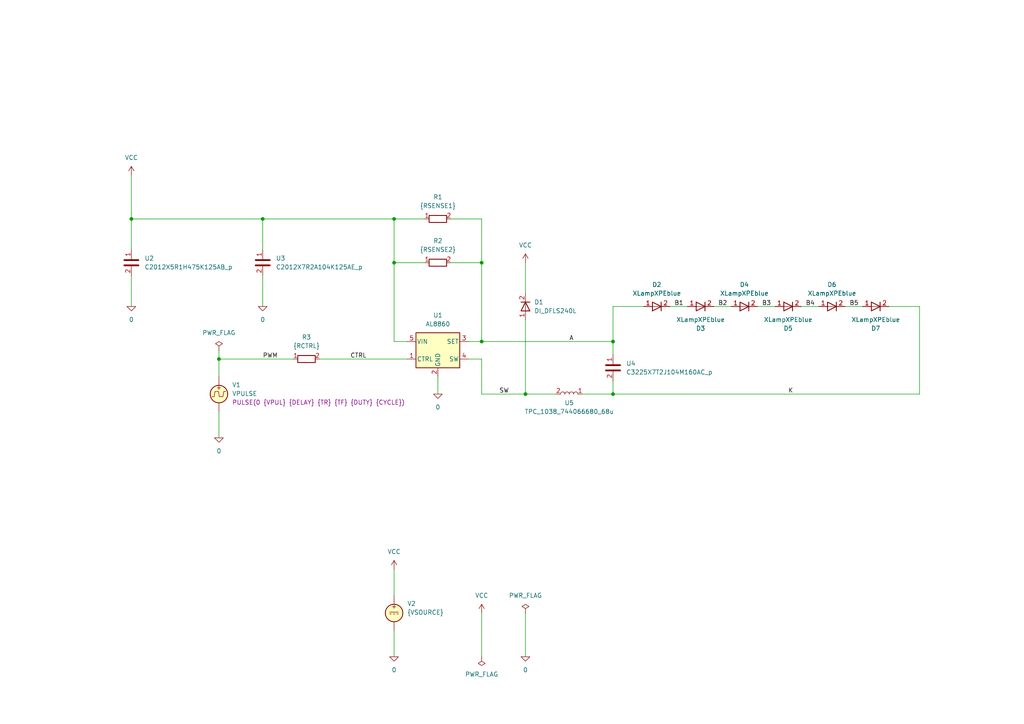
<source format=kicad_sch>
(kicad_sch
	(version 20231120)
	(generator "eeschema")
	(generator_version "8.0")
	(uuid "4866812e-8b52-401f-a79d-a5977aea5fb7")
	(paper "A4")
	(title_block
		(title "40V/1.5A buck led driver. XP-E blue.")
		(date "2024-11-06")
		(rev "2")
		(company "astroelectronic@")
		(comment 1 "-")
		(comment 2 "-")
		(comment 3 "-")
		(comment 4 "AE01003860")
	)
	(lib_symbols
		(symbol "AL8860:0"
			(power)
			(pin_names
				(offset 0)
			)
			(exclude_from_sim no)
			(in_bom yes)
			(on_board yes)
			(property "Reference" "#GND"
				(at 0 -2.54 0)
				(effects
					(font
						(size 1.27 1.27)
					)
					(hide yes)
				)
			)
			(property "Value" "0"
				(at 0 -1.778 0)
				(effects
					(font
						(size 1.27 1.27)
					)
				)
			)
			(property "Footprint" ""
				(at 0 0 0)
				(effects
					(font
						(size 1.27 1.27)
					)
					(hide yes)
				)
			)
			(property "Datasheet" "~"
				(at 0 0 0)
				(effects
					(font
						(size 1.27 1.27)
					)
					(hide yes)
				)
			)
			(property "Description" "0V reference potential for simulation"
				(at 0 0 0)
				(effects
					(font
						(size 1.27 1.27)
					)
					(hide yes)
				)
			)
			(property "ki_keywords" "simulation"
				(at 0 0 0)
				(effects
					(font
						(size 1.27 1.27)
					)
					(hide yes)
				)
			)
			(symbol "0_0_1"
				(polyline
					(pts
						(xy -1.27 0) (xy 0 -1.27) (xy 1.27 0) (xy -1.27 0)
					)
					(stroke
						(width 0)
						(type default)
					)
					(fill
						(type none)
					)
				)
			)
			(symbol "0_1_1"
				(pin power_in line
					(at 0 0 0)
					(length 0) hide
					(name "0"
						(effects
							(font
								(size 1.016 1.016)
							)
						)
					)
					(number "1"
						(effects
							(font
								(size 1.016 1.016)
							)
						)
					)
				)
			)
		)
		(symbol "AL8860:AL8860"
			(pin_names
				(offset 0.254)
			)
			(exclude_from_sim no)
			(in_bom yes)
			(on_board yes)
			(property "Reference" "U"
				(at -5.08 6.35 0)
				(effects
					(font
						(size 1.27 1.27)
					)
				)
			)
			(property "Value" "AL8860"
				(at 5.08 6.35 0)
				(effects
					(font
						(size 1.27 1.27)
					)
				)
			)
			(property "Footprint" ""
				(at 1.27 -6.35 0)
				(effects
					(font
						(size 1.27 1.27)
						(italic yes)
					)
					(justify left)
					(hide yes)
				)
			)
			(property "Datasheet" "https://www.diodes.com/assets/Datasheets/AL8860.pdf"
				(at 0 0 0)
				(effects
					(font
						(size 1.27 1.27)
					)
					(hide yes)
				)
			)
			(property "Description" "Constant current  LED driver, internal switch, up to 40V/1.2A, SOT-89-5"
				(at 0 0 0)
				(effects
					(font
						(size 1.27 1.27)
					)
					(hide yes)
				)
			)
			(property "ki_keywords" "Switching LED driver"
				(at 0 0 0)
				(effects
					(font
						(size 1.27 1.27)
					)
					(hide yes)
				)
			)
			(property "ki_fp_filters" "SOT?89*"
				(at 0 0 0)
				(effects
					(font
						(size 1.27 1.27)
					)
					(hide yes)
				)
			)
			(symbol "AL8860_0_1"
				(rectangle
					(start -6.35 5.08)
					(end 6.35 -5.08)
					(stroke
						(width 0.254)
						(type default)
					)
					(fill
						(type background)
					)
				)
			)
			(symbol "AL8860_1_1"
				(pin passive line
					(at -8.89 -2.54 0)
					(length 2.54)
					(name "CTRL"
						(effects
							(font
								(size 1.27 1.27)
							)
						)
					)
					(number "1"
						(effects
							(font
								(size 1.27 1.27)
							)
						)
					)
				)
				(pin passive line
					(at 0 -7.62 90)
					(length 2.54)
					(name "GND"
						(effects
							(font
								(size 1.27 1.27)
							)
						)
					)
					(number "2"
						(effects
							(font
								(size 1.27 1.27)
							)
						)
					)
				)
				(pin passive line
					(at 8.89 2.54 180)
					(length 2.54)
					(name "SET"
						(effects
							(font
								(size 1.27 1.27)
							)
						)
					)
					(number "3"
						(effects
							(font
								(size 1.27 1.27)
							)
						)
					)
				)
				(pin passive line
					(at 8.89 -2.54 180)
					(length 2.54)
					(name "SW"
						(effects
							(font
								(size 1.27 1.27)
							)
						)
					)
					(number "4"
						(effects
							(font
								(size 1.27 1.27)
							)
						)
					)
				)
				(pin passive line
					(at -8.89 2.54 0)
					(length 2.54)
					(name "VIN"
						(effects
							(font
								(size 1.27 1.27)
							)
						)
					)
					(number "5"
						(effects
							(font
								(size 1.27 1.27)
							)
						)
					)
				)
			)
		)
		(symbol "AL8860:C"
			(pin_names
				(offset 0.254) hide)
			(exclude_from_sim no)
			(in_bom yes)
			(on_board yes)
			(property "Reference" "C"
				(at 0.635 2.54 0)
				(effects
					(font
						(size 1.27 1.27)
					)
					(justify left)
				)
			)
			(property "Value" "C"
				(at 0.635 -2.54 0)
				(effects
					(font
						(size 1.27 1.27)
					)
					(justify left)
				)
			)
			(property "Footprint" ""
				(at 0.9652 -3.81 0)
				(effects
					(font
						(size 1.27 1.27)
					)
					(hide yes)
				)
			)
			(property "Datasheet" "~"
				(at 0 0 0)
				(effects
					(font
						(size 1.27 1.27)
					)
					(hide yes)
				)
			)
			(property "Description" "Unpolarized capacitor"
				(at 0 0 0)
				(effects
					(font
						(size 1.27 1.27)
					)
					(hide yes)
				)
			)
			(property "ki_keywords" "cap capacitor"
				(at 0 0 0)
				(effects
					(font
						(size 1.27 1.27)
					)
					(hide yes)
				)
			)
			(property "ki_fp_filters" "C_*"
				(at 0 0 0)
				(effects
					(font
						(size 1.27 1.27)
					)
					(hide yes)
				)
			)
			(symbol "C_0_1"
				(polyline
					(pts
						(xy -2.032 -0.762) (xy 2.032 -0.762)
					)
					(stroke
						(width 0.508)
						(type default)
					)
					(fill
						(type none)
					)
				)
				(polyline
					(pts
						(xy -2.032 0.762) (xy 2.032 0.762)
					)
					(stroke
						(width 0.508)
						(type default)
					)
					(fill
						(type none)
					)
				)
			)
			(symbol "C_1_1"
				(pin passive line
					(at 0 3.81 270)
					(length 2.794)
					(name "~"
						(effects
							(font
								(size 1.27 1.27)
							)
						)
					)
					(number "1"
						(effects
							(font
								(size 1.27 1.27)
							)
						)
					)
				)
				(pin passive line
					(at 0 -3.81 90)
					(length 2.794)
					(name "~"
						(effects
							(font
								(size 1.27 1.27)
							)
						)
					)
					(number "2"
						(effects
							(font
								(size 1.27 1.27)
							)
						)
					)
				)
			)
		)
		(symbol "AL8860:DIODE"
			(pin_names
				(offset 1.016) hide)
			(exclude_from_sim no)
			(in_bom yes)
			(on_board yes)
			(property "Reference" "D"
				(at 0 2.54 0)
				(effects
					(font
						(size 1.27 1.27)
					)
				)
			)
			(property "Value" "${SIM.PARAMS}"
				(at 0 -2.54 0)
				(effects
					(font
						(size 1.27 1.27)
					)
				)
			)
			(property "Footprint" ""
				(at 0 0 0)
				(effects
					(font
						(size 1.27 1.27)
					)
					(hide yes)
				)
			)
			(property "Datasheet" "~"
				(at 0 0 0)
				(effects
					(font
						(size 1.27 1.27)
					)
					(hide yes)
				)
			)
			(property "Description" "Diode, anode on pin 1, for simulation only!"
				(at 0 0 0)
				(effects
					(font
						(size 1.27 1.27)
					)
					(hide yes)
				)
			)
			(property "Sim.Pins" "1=1 2=2"
				(at 0 0 0)
				(effects
					(font
						(size 1.27 1.27)
					)
					(hide yes)
				)
			)
			(property "Sim.Device" "SPICE"
				(at 0 0 0)
				(effects
					(font
						(size 1.27 1.27)
					)
					(justify left)
					(hide yes)
				)
			)
			(property "Sim.Params" "type=\"D\" model=\"DIODE\" lib=\"\""
				(at 0 0 0)
				(effects
					(font
						(size 1.27 1.27)
					)
					(hide yes)
				)
			)
			(property "Spice_Netlist_Enabled" "Y"
				(at 0 0 0)
				(effects
					(font
						(size 1.27 1.27)
					)
					(justify left)
					(hide yes)
				)
			)
			(property "ki_keywords" "simulation"
				(at 0 0 0)
				(effects
					(font
						(size 1.27 1.27)
					)
					(hide yes)
				)
			)
			(symbol "DIODE_0_1"
				(polyline
					(pts
						(xy 1.27 0) (xy -1.27 0)
					)
					(stroke
						(width 0)
						(type default)
					)
					(fill
						(type none)
					)
				)
				(polyline
					(pts
						(xy 1.27 1.27) (xy 1.27 -1.27)
					)
					(stroke
						(width 0.254)
						(type default)
					)
					(fill
						(type none)
					)
				)
				(polyline
					(pts
						(xy -1.27 -1.27) (xy -1.27 1.27) (xy 1.27 0) (xy -1.27 -1.27)
					)
					(stroke
						(width 0.254)
						(type default)
					)
					(fill
						(type none)
					)
				)
			)
			(symbol "DIODE_1_1"
				(pin passive line
					(at -3.81 0 0)
					(length 2.54)
					(name "A"
						(effects
							(font
								(size 1.27 1.27)
							)
						)
					)
					(number "1"
						(effects
							(font
								(size 1.27 1.27)
							)
						)
					)
				)
				(pin passive line
					(at 3.81 0 180)
					(length 2.54)
					(name "K"
						(effects
							(font
								(size 1.27 1.27)
							)
						)
					)
					(number "2"
						(effects
							(font
								(size 1.27 1.27)
							)
						)
					)
				)
			)
		)
		(symbol "AL8860:L"
			(pin_names
				(offset 1.016) hide)
			(exclude_from_sim no)
			(in_bom yes)
			(on_board yes)
			(property "Reference" "L"
				(at -1.27 0 90)
				(effects
					(font
						(size 1.27 1.27)
					)
				)
			)
			(property "Value" "L"
				(at 1.905 0 90)
				(effects
					(font
						(size 1.27 1.27)
					)
				)
			)
			(property "Footprint" ""
				(at 0 0 0)
				(effects
					(font
						(size 1.27 1.27)
					)
					(hide yes)
				)
			)
			(property "Datasheet" "~"
				(at 0 0 0)
				(effects
					(font
						(size 1.27 1.27)
					)
					(hide yes)
				)
			)
			(property "Description" "Inductor"
				(at 0 0 0)
				(effects
					(font
						(size 1.27 1.27)
					)
					(hide yes)
				)
			)
			(property "ki_keywords" "inductor choke coil reactor magnetic"
				(at 0 0 0)
				(effects
					(font
						(size 1.27 1.27)
					)
					(hide yes)
				)
			)
			(property "ki_fp_filters" "Choke_* *Coil* Inductor_* L_*"
				(at 0 0 0)
				(effects
					(font
						(size 1.27 1.27)
					)
					(hide yes)
				)
			)
			(symbol "L_0_1"
				(arc
					(start 0 -2.54)
					(mid 0.6323 -1.905)
					(end 0 -1.27)
					(stroke
						(width 0)
						(type default)
					)
					(fill
						(type none)
					)
				)
				(arc
					(start 0 -1.27)
					(mid 0.6323 -0.635)
					(end 0 0)
					(stroke
						(width 0)
						(type default)
					)
					(fill
						(type none)
					)
				)
				(arc
					(start 0 0)
					(mid 0.6323 0.635)
					(end 0 1.27)
					(stroke
						(width 0)
						(type default)
					)
					(fill
						(type none)
					)
				)
				(arc
					(start 0 1.27)
					(mid 0.6323 1.905)
					(end 0 2.54)
					(stroke
						(width 0)
						(type default)
					)
					(fill
						(type none)
					)
				)
			)
			(symbol "L_1_1"
				(pin passive line
					(at 0 3.81 270)
					(length 1.27)
					(name "1"
						(effects
							(font
								(size 1.27 1.27)
							)
						)
					)
					(number "1"
						(effects
							(font
								(size 1.27 1.27)
							)
						)
					)
				)
				(pin passive line
					(at 0 -3.81 90)
					(length 1.27)
					(name "2"
						(effects
							(font
								(size 1.27 1.27)
							)
						)
					)
					(number "2"
						(effects
							(font
								(size 1.27 1.27)
							)
						)
					)
				)
			)
		)
		(symbol "AL8860:PWR_FLAG"
			(power)
			(pin_numbers hide)
			(pin_names
				(offset 0) hide)
			(exclude_from_sim no)
			(in_bom yes)
			(on_board yes)
			(property "Reference" "#FLG"
				(at 0 1.905 0)
				(effects
					(font
						(size 1.27 1.27)
					)
					(hide yes)
				)
			)
			(property "Value" "PWR_FLAG"
				(at 0 3.81 0)
				(effects
					(font
						(size 1.27 1.27)
					)
				)
			)
			(property "Footprint" ""
				(at 0 0 0)
				(effects
					(font
						(size 1.27 1.27)
					)
					(hide yes)
				)
			)
			(property "Datasheet" "~"
				(at 0 0 0)
				(effects
					(font
						(size 1.27 1.27)
					)
					(hide yes)
				)
			)
			(property "Description" "Special symbol for telling ERC where power comes from"
				(at 0 0 0)
				(effects
					(font
						(size 1.27 1.27)
					)
					(hide yes)
				)
			)
			(property "ki_keywords" "flag power"
				(at 0 0 0)
				(effects
					(font
						(size 1.27 1.27)
					)
					(hide yes)
				)
			)
			(symbol "PWR_FLAG_0_0"
				(pin power_out line
					(at 0 0 90)
					(length 0)
					(name "pwr"
						(effects
							(font
								(size 1.27 1.27)
							)
						)
					)
					(number "1"
						(effects
							(font
								(size 1.27 1.27)
							)
						)
					)
				)
			)
			(symbol "PWR_FLAG_0_1"
				(polyline
					(pts
						(xy 0 0) (xy 0 1.27) (xy -1.016 1.905) (xy 0 2.54) (xy 1.016 1.905) (xy 0 1.27)
					)
					(stroke
						(width 0)
						(type default)
					)
					(fill
						(type none)
					)
				)
			)
		)
		(symbol "AL8860:R"
			(pin_names
				(offset 0) hide)
			(exclude_from_sim no)
			(in_bom yes)
			(on_board yes)
			(property "Reference" "R"
				(at 2.032 0 90)
				(effects
					(font
						(size 1.27 1.27)
					)
				)
			)
			(property "Value" "R"
				(at 0 0 90)
				(effects
					(font
						(size 1.27 1.27)
					)
				)
			)
			(property "Footprint" ""
				(at -1.778 0 90)
				(effects
					(font
						(size 1.27 1.27)
					)
					(hide yes)
				)
			)
			(property "Datasheet" "~"
				(at 0 0 0)
				(effects
					(font
						(size 1.27 1.27)
					)
					(hide yes)
				)
			)
			(property "Description" "Resistor"
				(at 0 0 0)
				(effects
					(font
						(size 1.27 1.27)
					)
					(hide yes)
				)
			)
			(property "ki_keywords" "R res resistor"
				(at 0 0 0)
				(effects
					(font
						(size 1.27 1.27)
					)
					(hide yes)
				)
			)
			(property "ki_fp_filters" "R_*"
				(at 0 0 0)
				(effects
					(font
						(size 1.27 1.27)
					)
					(hide yes)
				)
			)
			(symbol "R_0_1"
				(rectangle
					(start -1.016 -2.54)
					(end 1.016 2.54)
					(stroke
						(width 0.254)
						(type default)
					)
					(fill
						(type none)
					)
				)
			)
			(symbol "R_1_1"
				(pin passive line
					(at 0 3.81 270)
					(length 1.27)
					(name "~"
						(effects
							(font
								(size 1.27 1.27)
							)
						)
					)
					(number "1"
						(effects
							(font
								(size 1.27 1.27)
							)
						)
					)
				)
				(pin passive line
					(at 0 -3.81 90)
					(length 1.27)
					(name "~"
						(effects
							(font
								(size 1.27 1.27)
							)
						)
					)
					(number "2"
						(effects
							(font
								(size 1.27 1.27)
							)
						)
					)
				)
			)
		)
		(symbol "AL8860:VCC"
			(power)
			(pin_names
				(offset 0)
			)
			(exclude_from_sim no)
			(in_bom yes)
			(on_board yes)
			(property "Reference" "#PWR"
				(at 0 -3.81 0)
				(effects
					(font
						(size 1.27 1.27)
					)
					(hide yes)
				)
			)
			(property "Value" "VCC"
				(at 0 3.81 0)
				(effects
					(font
						(size 1.27 1.27)
					)
				)
			)
			(property "Footprint" ""
				(at 0 0 0)
				(effects
					(font
						(size 1.27 1.27)
					)
					(hide yes)
				)
			)
			(property "Datasheet" ""
				(at 0 0 0)
				(effects
					(font
						(size 1.27 1.27)
					)
					(hide yes)
				)
			)
			(property "Description" "Power symbol creates a global label with name \"VCC\""
				(at 0 0 0)
				(effects
					(font
						(size 1.27 1.27)
					)
					(hide yes)
				)
			)
			(property "ki_keywords" "global power"
				(at 0 0 0)
				(effects
					(font
						(size 1.27 1.27)
					)
					(hide yes)
				)
			)
			(symbol "VCC_0_1"
				(polyline
					(pts
						(xy -0.762 1.27) (xy 0 2.54)
					)
					(stroke
						(width 0)
						(type default)
					)
					(fill
						(type none)
					)
				)
				(polyline
					(pts
						(xy 0 0) (xy 0 2.54)
					)
					(stroke
						(width 0)
						(type default)
					)
					(fill
						(type none)
					)
				)
				(polyline
					(pts
						(xy 0 2.54) (xy 0.762 1.27)
					)
					(stroke
						(width 0)
						(type default)
					)
					(fill
						(type none)
					)
				)
			)
			(symbol "VCC_1_1"
				(pin power_in line
					(at 0 0 90)
					(length 0) hide
					(name "VCC"
						(effects
							(font
								(size 1.27 1.27)
							)
						)
					)
					(number "1"
						(effects
							(font
								(size 1.27 1.27)
							)
						)
					)
				)
			)
		)
		(symbol "AL8860:VDC"
			(pin_numbers hide)
			(pin_names
				(offset 0.0254)
			)
			(exclude_from_sim no)
			(in_bom yes)
			(on_board yes)
			(property "Reference" "V"
				(at 2.54 2.54 0)
				(effects
					(font
						(size 1.27 1.27)
					)
					(justify left)
				)
			)
			(property "Value" "1"
				(at 2.54 0 0)
				(effects
					(font
						(size 1.27 1.27)
					)
					(justify left)
				)
			)
			(property "Footprint" ""
				(at 0 0 0)
				(effects
					(font
						(size 1.27 1.27)
					)
					(hide yes)
				)
			)
			(property "Datasheet" "~"
				(at 0 0 0)
				(effects
					(font
						(size 1.27 1.27)
					)
					(hide yes)
				)
			)
			(property "Description" "Voltage source, DC"
				(at 0 0 0)
				(effects
					(font
						(size 1.27 1.27)
					)
					(hide yes)
				)
			)
			(property "Sim.Pins" "1=+ 2=-"
				(at 0 0 0)
				(effects
					(font
						(size 1.27 1.27)
					)
					(hide yes)
				)
			)
			(property "Sim.Type" "DC"
				(at 0 0 0)
				(effects
					(font
						(size 1.27 1.27)
					)
					(hide yes)
				)
			)
			(property "Sim.Device" "V"
				(at 0 0 0)
				(effects
					(font
						(size 1.27 1.27)
					)
					(justify left)
					(hide yes)
				)
			)
			(property "Spice_Netlist_Enabled" "Y"
				(at 0 0 0)
				(effects
					(font
						(size 1.27 1.27)
					)
					(justify left)
					(hide yes)
				)
			)
			(property "ki_keywords" "simulation"
				(at 0 0 0)
				(effects
					(font
						(size 1.27 1.27)
					)
					(hide yes)
				)
			)
			(symbol "VDC_0_0"
				(polyline
					(pts
						(xy -1.27 0.254) (xy 1.27 0.254)
					)
					(stroke
						(width 0)
						(type default)
					)
					(fill
						(type none)
					)
				)
				(polyline
					(pts
						(xy -0.762 -0.254) (xy -1.27 -0.254)
					)
					(stroke
						(width 0)
						(type default)
					)
					(fill
						(type none)
					)
				)
				(polyline
					(pts
						(xy 0.254 -0.254) (xy -0.254 -0.254)
					)
					(stroke
						(width 0)
						(type default)
					)
					(fill
						(type none)
					)
				)
				(polyline
					(pts
						(xy 1.27 -0.254) (xy 0.762 -0.254)
					)
					(stroke
						(width 0)
						(type default)
					)
					(fill
						(type none)
					)
				)
				(text "+"
					(at 0 1.905 0)
					(effects
						(font
							(size 1.27 1.27)
						)
					)
				)
			)
			(symbol "VDC_0_1"
				(circle
					(center 0 0)
					(radius 2.54)
					(stroke
						(width 0.254)
						(type default)
					)
					(fill
						(type background)
					)
				)
			)
			(symbol "VDC_1_1"
				(pin passive line
					(at 0 5.08 270)
					(length 2.54)
					(name "~"
						(effects
							(font
								(size 1.27 1.27)
							)
						)
					)
					(number "1"
						(effects
							(font
								(size 1.27 1.27)
							)
						)
					)
				)
				(pin passive line
					(at 0 -5.08 90)
					(length 2.54)
					(name "~"
						(effects
							(font
								(size 1.27 1.27)
							)
						)
					)
					(number "2"
						(effects
							(font
								(size 1.27 1.27)
							)
						)
					)
				)
			)
		)
		(symbol "AL8860:VPULSE"
			(pin_numbers hide)
			(pin_names
				(offset 0.0254)
			)
			(exclude_from_sim no)
			(in_bom yes)
			(on_board yes)
			(property "Reference" "V"
				(at 2.54 2.54 0)
				(effects
					(font
						(size 1.27 1.27)
					)
					(justify left)
				)
			)
			(property "Value" "VPULSE"
				(at 2.54 0 0)
				(effects
					(font
						(size 1.27 1.27)
					)
					(justify left)
				)
			)
			(property "Footprint" ""
				(at 0 0 0)
				(effects
					(font
						(size 1.27 1.27)
					)
					(hide yes)
				)
			)
			(property "Datasheet" "~"
				(at 0 0 0)
				(effects
					(font
						(size 1.27 1.27)
					)
					(hide yes)
				)
			)
			(property "Description" "Voltage source, pulse"
				(at 0 0 0)
				(effects
					(font
						(size 1.27 1.27)
					)
					(hide yes)
				)
			)
			(property "Sim.Pins" "1=+ 2=-"
				(at 0 0 0)
				(effects
					(font
						(size 1.27 1.27)
					)
					(hide yes)
				)
			)
			(property "Sim.Type" "PULSE"
				(at 0 0 0)
				(effects
					(font
						(size 1.27 1.27)
					)
					(hide yes)
				)
			)
			(property "Sim.Device" "V"
				(at 0 0 0)
				(effects
					(font
						(size 1.27 1.27)
					)
					(justify left)
					(hide yes)
				)
			)
			(property "Sim.Params" "y1=0 y2=1 td=2n tr=2n tf=2n tw=50n per=100n"
				(at 2.54 -2.54 0)
				(effects
					(font
						(size 1.27 1.27)
					)
					(justify left)
				)
			)
			(property "Spice_Netlist_Enabled" "Y"
				(at 0 0 0)
				(effects
					(font
						(size 1.27 1.27)
					)
					(justify left)
					(hide yes)
				)
			)
			(property "ki_keywords" "simulation"
				(at 0 0 0)
				(effects
					(font
						(size 1.27 1.27)
					)
					(hide yes)
				)
			)
			(symbol "VPULSE_0_0"
				(polyline
					(pts
						(xy -2.032 -0.762) (xy -1.397 -0.762) (xy -1.143 0.762) (xy -0.127 0.762) (xy 0.127 -0.762) (xy 1.143 -0.762)
						(xy 1.397 0.762) (xy 2.032 0.762)
					)
					(stroke
						(width 0)
						(type default)
					)
					(fill
						(type none)
					)
				)
				(text "+"
					(at 0 1.905 0)
					(effects
						(font
							(size 1.27 1.27)
						)
					)
				)
			)
			(symbol "VPULSE_0_1"
				(circle
					(center 0 0)
					(radius 2.54)
					(stroke
						(width 0.254)
						(type default)
					)
					(fill
						(type background)
					)
				)
			)
			(symbol "VPULSE_1_1"
				(pin passive line
					(at 0 5.08 270)
					(length 2.54)
					(name "~"
						(effects
							(font
								(size 1.27 1.27)
							)
						)
					)
					(number "1"
						(effects
							(font
								(size 1.27 1.27)
							)
						)
					)
				)
				(pin passive line
					(at 0 -5.08 90)
					(length 2.54)
					(name "~"
						(effects
							(font
								(size 1.27 1.27)
							)
						)
					)
					(number "2"
						(effects
							(font
								(size 1.27 1.27)
							)
						)
					)
				)
			)
		)
		(symbol "C_1"
			(pin_names
				(offset 0.254) hide)
			(exclude_from_sim no)
			(in_bom yes)
			(on_board yes)
			(property "Reference" "C"
				(at 0.635 2.54 0)
				(effects
					(font
						(size 1.27 1.27)
					)
					(justify left)
				)
			)
			(property "Value" "C_1"
				(at 0.635 -2.54 0)
				(effects
					(font
						(size 1.27 1.27)
					)
					(justify left)
				)
			)
			(property "Footprint" ""
				(at 0.9652 -3.81 0)
				(effects
					(font
						(size 1.27 1.27)
					)
					(hide yes)
				)
			)
			(property "Datasheet" "~"
				(at 0 0 0)
				(effects
					(font
						(size 1.27 1.27)
					)
					(hide yes)
				)
			)
			(property "Description" "Unpolarized capacitor"
				(at 0 0 0)
				(effects
					(font
						(size 1.27 1.27)
					)
					(hide yes)
				)
			)
			(property "ki_keywords" "cap capacitor"
				(at 0 0 0)
				(effects
					(font
						(size 1.27 1.27)
					)
					(hide yes)
				)
			)
			(property "ki_fp_filters" "C_*"
				(at 0 0 0)
				(effects
					(font
						(size 1.27 1.27)
					)
					(hide yes)
				)
			)
			(symbol "C_1_0_1"
				(polyline
					(pts
						(xy -2.032 -0.762) (xy 2.032 -0.762)
					)
					(stroke
						(width 0.508)
						(type default)
					)
					(fill
						(type none)
					)
				)
				(polyline
					(pts
						(xy -2.032 0.762) (xy 2.032 0.762)
					)
					(stroke
						(width 0.508)
						(type default)
					)
					(fill
						(type none)
					)
				)
			)
			(symbol "C_1_1_1"
				(pin passive line
					(at 0 3.81 270)
					(length 2.794)
					(name "~"
						(effects
							(font
								(size 1.27 1.27)
							)
						)
					)
					(number "1"
						(effects
							(font
								(size 1.27 1.27)
							)
						)
					)
				)
				(pin passive line
					(at 0 -3.81 90)
					(length 2.794)
					(name "~"
						(effects
							(font
								(size 1.27 1.27)
							)
						)
					)
					(number "2"
						(effects
							(font
								(size 1.27 1.27)
							)
						)
					)
				)
			)
		)
		(symbol "C_2"
			(pin_names
				(offset 0.254) hide)
			(exclude_from_sim no)
			(in_bom yes)
			(on_board yes)
			(property "Reference" "C"
				(at 0.635 2.54 0)
				(effects
					(font
						(size 1.27 1.27)
					)
					(justify left)
				)
			)
			(property "Value" "C_2"
				(at 0.635 -2.54 0)
				(effects
					(font
						(size 1.27 1.27)
					)
					(justify left)
				)
			)
			(property "Footprint" ""
				(at 0.9652 -3.81 0)
				(effects
					(font
						(size 1.27 1.27)
					)
					(hide yes)
				)
			)
			(property "Datasheet" "~"
				(at 0 0 0)
				(effects
					(font
						(size 1.27 1.27)
					)
					(hide yes)
				)
			)
			(property "Description" "Unpolarized capacitor"
				(at 0 0 0)
				(effects
					(font
						(size 1.27 1.27)
					)
					(hide yes)
				)
			)
			(property "ki_keywords" "cap capacitor"
				(at 0 0 0)
				(effects
					(font
						(size 1.27 1.27)
					)
					(hide yes)
				)
			)
			(property "ki_fp_filters" "C_*"
				(at 0 0 0)
				(effects
					(font
						(size 1.27 1.27)
					)
					(hide yes)
				)
			)
			(symbol "C_2_0_1"
				(polyline
					(pts
						(xy -2.032 -0.762) (xy 2.032 -0.762)
					)
					(stroke
						(width 0.508)
						(type default)
					)
					(fill
						(type none)
					)
				)
				(polyline
					(pts
						(xy -2.032 0.762) (xy 2.032 0.762)
					)
					(stroke
						(width 0.508)
						(type default)
					)
					(fill
						(type none)
					)
				)
			)
			(symbol "C_2_1_1"
				(pin passive line
					(at 0 3.81 270)
					(length 2.794)
					(name "~"
						(effects
							(font
								(size 1.27 1.27)
							)
						)
					)
					(number "1"
						(effects
							(font
								(size 1.27 1.27)
							)
						)
					)
				)
				(pin passive line
					(at 0 -3.81 90)
					(length 2.794)
					(name "~"
						(effects
							(font
								(size 1.27 1.27)
							)
						)
					)
					(number "2"
						(effects
							(font
								(size 1.27 1.27)
							)
						)
					)
				)
			)
		)
		(symbol "DIODE_1_1"
			(pin_names
				(offset 1.016) hide)
			(exclude_from_sim no)
			(in_bom yes)
			(on_board yes)
			(property "Reference" "D"
				(at 0 2.54 0)
				(effects
					(font
						(size 1.27 1.27)
					)
				)
			)
			(property "Value" "${SIM.PARAMS}"
				(at 0 -2.54 0)
				(effects
					(font
						(size 1.27 1.27)
					)
				)
			)
			(property "Footprint" ""
				(at 0 0 0)
				(effects
					(font
						(size 1.27 1.27)
					)
					(hide yes)
				)
			)
			(property "Datasheet" "~"
				(at 0 0 0)
				(effects
					(font
						(size 1.27 1.27)
					)
					(hide yes)
				)
			)
			(property "Description" "Diode, anode on pin 1, for simulation only!"
				(at 0 0 0)
				(effects
					(font
						(size 1.27 1.27)
					)
					(hide yes)
				)
			)
			(property "Sim.Pins" "1=1 2=2"
				(at 0 0 0)
				(effects
					(font
						(size 1.27 1.27)
					)
					(hide yes)
				)
			)
			(property "Sim.Device" "SPICE"
				(at 0 0 0)
				(effects
					(font
						(size 1.27 1.27)
					)
					(justify left)
					(hide yes)
				)
			)
			(property "Sim.Params" "type=\"D\" model=\"DIODE_1\" lib=\"\""
				(at 0 0 0)
				(effects
					(font
						(size 1.27 1.27)
					)
					(hide yes)
				)
			)
			(property "Spice_Netlist_Enabled" "Y"
				(at 0 0 0)
				(effects
					(font
						(size 1.27 1.27)
					)
					(justify left)
					(hide yes)
				)
			)
			(property "ki_keywords" "simulation"
				(at 0 0 0)
				(effects
					(font
						(size 1.27 1.27)
					)
					(hide yes)
				)
			)
			(symbol "DIODE_1_1_0_1"
				(polyline
					(pts
						(xy 1.27 0) (xy -1.27 0)
					)
					(stroke
						(width 0)
						(type default)
					)
					(fill
						(type none)
					)
				)
				(polyline
					(pts
						(xy 1.27 1.27) (xy 1.27 -1.27)
					)
					(stroke
						(width 0.254)
						(type default)
					)
					(fill
						(type none)
					)
				)
				(polyline
					(pts
						(xy -1.27 -1.27) (xy -1.27 1.27) (xy 1.27 0) (xy -1.27 -1.27)
					)
					(stroke
						(width 0.254)
						(type default)
					)
					(fill
						(type none)
					)
				)
			)
			(symbol "DIODE_1_1_1_1"
				(pin passive line
					(at -3.81 0 0)
					(length 2.54)
					(name "A"
						(effects
							(font
								(size 1.27 1.27)
							)
						)
					)
					(number "1"
						(effects
							(font
								(size 1.27 1.27)
							)
						)
					)
				)
				(pin passive line
					(at 3.81 0 180)
					(length 2.54)
					(name "K"
						(effects
							(font
								(size 1.27 1.27)
							)
						)
					)
					(number "2"
						(effects
							(font
								(size 1.27 1.27)
							)
						)
					)
				)
			)
		)
		(symbol "DIODE_1_2"
			(pin_names
				(offset 1.016) hide)
			(exclude_from_sim no)
			(in_bom yes)
			(on_board yes)
			(property "Reference" "D"
				(at 0 2.54 0)
				(effects
					(font
						(size 1.27 1.27)
					)
				)
			)
			(property "Value" "${SIM.PARAMS}"
				(at 0 -2.54 0)
				(effects
					(font
						(size 1.27 1.27)
					)
				)
			)
			(property "Footprint" ""
				(at 0 0 0)
				(effects
					(font
						(size 1.27 1.27)
					)
					(hide yes)
				)
			)
			(property "Datasheet" "~"
				(at 0 0 0)
				(effects
					(font
						(size 1.27 1.27)
					)
					(hide yes)
				)
			)
			(property "Description" "Diode, anode on pin 1, for simulation only!"
				(at 0 0 0)
				(effects
					(font
						(size 1.27 1.27)
					)
					(hide yes)
				)
			)
			(property "Sim.Pins" "1=1 2=2"
				(at 0 0 0)
				(effects
					(font
						(size 1.27 1.27)
					)
					(hide yes)
				)
			)
			(property "Sim.Device" "SPICE"
				(at 0 0 0)
				(effects
					(font
						(size 1.27 1.27)
					)
					(justify left)
					(hide yes)
				)
			)
			(property "Sim.Params" "type=\"D\" model=\"DIODE_1\" lib=\"\""
				(at 0 0 0)
				(effects
					(font
						(size 1.27 1.27)
					)
					(hide yes)
				)
			)
			(property "Spice_Netlist_Enabled" "Y"
				(at 0 0 0)
				(effects
					(font
						(size 1.27 1.27)
					)
					(justify left)
					(hide yes)
				)
			)
			(property "ki_keywords" "simulation"
				(at 0 0 0)
				(effects
					(font
						(size 1.27 1.27)
					)
					(hide yes)
				)
			)
			(symbol "DIODE_1_2_0_1"
				(polyline
					(pts
						(xy 1.27 0) (xy -1.27 0)
					)
					(stroke
						(width 0)
						(type default)
					)
					(fill
						(type none)
					)
				)
				(polyline
					(pts
						(xy 1.27 1.27) (xy 1.27 -1.27)
					)
					(stroke
						(width 0.254)
						(type default)
					)
					(fill
						(type none)
					)
				)
				(polyline
					(pts
						(xy -1.27 -1.27) (xy -1.27 1.27) (xy 1.27 0) (xy -1.27 -1.27)
					)
					(stroke
						(width 0.254)
						(type default)
					)
					(fill
						(type none)
					)
				)
			)
			(symbol "DIODE_1_2_1_1"
				(pin passive line
					(at -3.81 0 0)
					(length 2.54)
					(name "A"
						(effects
							(font
								(size 1.27 1.27)
							)
						)
					)
					(number "1"
						(effects
							(font
								(size 1.27 1.27)
							)
						)
					)
				)
				(pin passive line
					(at 3.81 0 180)
					(length 2.54)
					(name "K"
						(effects
							(font
								(size 1.27 1.27)
							)
						)
					)
					(number "2"
						(effects
							(font
								(size 1.27 1.27)
							)
						)
					)
				)
			)
		)
		(symbol "DIODE_1_3"
			(pin_names
				(offset 1.016) hide)
			(exclude_from_sim no)
			(in_bom yes)
			(on_board yes)
			(property "Reference" "D"
				(at 0 2.54 0)
				(effects
					(font
						(size 1.27 1.27)
					)
				)
			)
			(property "Value" "${SIM.PARAMS}"
				(at 0 -2.54 0)
				(effects
					(font
						(size 1.27 1.27)
					)
				)
			)
			(property "Footprint" ""
				(at 0 0 0)
				(effects
					(font
						(size 1.27 1.27)
					)
					(hide yes)
				)
			)
			(property "Datasheet" "~"
				(at 0 0 0)
				(effects
					(font
						(size 1.27 1.27)
					)
					(hide yes)
				)
			)
			(property "Description" "Diode, anode on pin 1, for simulation only!"
				(at 0 0 0)
				(effects
					(font
						(size 1.27 1.27)
					)
					(hide yes)
				)
			)
			(property "Sim.Pins" "1=1 2=2"
				(at 0 0 0)
				(effects
					(font
						(size 1.27 1.27)
					)
					(hide yes)
				)
			)
			(property "Sim.Device" "SPICE"
				(at 0 0 0)
				(effects
					(font
						(size 1.27 1.27)
					)
					(justify left)
					(hide yes)
				)
			)
			(property "Sim.Params" "type=\"D\" model=\"DIODE_1\" lib=\"\""
				(at 0 0 0)
				(effects
					(font
						(size 1.27 1.27)
					)
					(hide yes)
				)
			)
			(property "Spice_Netlist_Enabled" "Y"
				(at 0 0 0)
				(effects
					(font
						(size 1.27 1.27)
					)
					(justify left)
					(hide yes)
				)
			)
			(property "ki_keywords" "simulation"
				(at 0 0 0)
				(effects
					(font
						(size 1.27 1.27)
					)
					(hide yes)
				)
			)
			(symbol "DIODE_1_3_0_1"
				(polyline
					(pts
						(xy 1.27 0) (xy -1.27 0)
					)
					(stroke
						(width 0)
						(type default)
					)
					(fill
						(type none)
					)
				)
				(polyline
					(pts
						(xy 1.27 1.27) (xy 1.27 -1.27)
					)
					(stroke
						(width 0.254)
						(type default)
					)
					(fill
						(type none)
					)
				)
				(polyline
					(pts
						(xy -1.27 -1.27) (xy -1.27 1.27) (xy 1.27 0) (xy -1.27 -1.27)
					)
					(stroke
						(width 0.254)
						(type default)
					)
					(fill
						(type none)
					)
				)
			)
			(symbol "DIODE_1_3_1_1"
				(pin passive line
					(at -3.81 0 0)
					(length 2.54)
					(name "A"
						(effects
							(font
								(size 1.27 1.27)
							)
						)
					)
					(number "1"
						(effects
							(font
								(size 1.27 1.27)
							)
						)
					)
				)
				(pin passive line
					(at 3.81 0 180)
					(length 2.54)
					(name "K"
						(effects
							(font
								(size 1.27 1.27)
							)
						)
					)
					(number "2"
						(effects
							(font
								(size 1.27 1.27)
							)
						)
					)
				)
			)
		)
		(symbol "DIODE_1_4"
			(pin_names
				(offset 1.016) hide)
			(exclude_from_sim no)
			(in_bom yes)
			(on_board yes)
			(property "Reference" "D"
				(at 0 2.54 0)
				(effects
					(font
						(size 1.27 1.27)
					)
				)
			)
			(property "Value" "${SIM.PARAMS}"
				(at 0 -2.54 0)
				(effects
					(font
						(size 1.27 1.27)
					)
				)
			)
			(property "Footprint" ""
				(at 0 0 0)
				(effects
					(font
						(size 1.27 1.27)
					)
					(hide yes)
				)
			)
			(property "Datasheet" "~"
				(at 0 0 0)
				(effects
					(font
						(size 1.27 1.27)
					)
					(hide yes)
				)
			)
			(property "Description" "Diode, anode on pin 1, for simulation only!"
				(at 0 0 0)
				(effects
					(font
						(size 1.27 1.27)
					)
					(hide yes)
				)
			)
			(property "Sim.Pins" "1=1 2=2"
				(at 0 0 0)
				(effects
					(font
						(size 1.27 1.27)
					)
					(hide yes)
				)
			)
			(property "Sim.Device" "SPICE"
				(at 0 0 0)
				(effects
					(font
						(size 1.27 1.27)
					)
					(justify left)
					(hide yes)
				)
			)
			(property "Sim.Params" "type=\"D\" model=\"DIODE_1\" lib=\"\""
				(at 0 0 0)
				(effects
					(font
						(size 1.27 1.27)
					)
					(hide yes)
				)
			)
			(property "Spice_Netlist_Enabled" "Y"
				(at 0 0 0)
				(effects
					(font
						(size 1.27 1.27)
					)
					(justify left)
					(hide yes)
				)
			)
			(property "ki_keywords" "simulation"
				(at 0 0 0)
				(effects
					(font
						(size 1.27 1.27)
					)
					(hide yes)
				)
			)
			(symbol "DIODE_1_4_0_1"
				(polyline
					(pts
						(xy 1.27 0) (xy -1.27 0)
					)
					(stroke
						(width 0)
						(type default)
					)
					(fill
						(type none)
					)
				)
				(polyline
					(pts
						(xy 1.27 1.27) (xy 1.27 -1.27)
					)
					(stroke
						(width 0.254)
						(type default)
					)
					(fill
						(type none)
					)
				)
				(polyline
					(pts
						(xy -1.27 -1.27) (xy -1.27 1.27) (xy 1.27 0) (xy -1.27 -1.27)
					)
					(stroke
						(width 0.254)
						(type default)
					)
					(fill
						(type none)
					)
				)
			)
			(symbol "DIODE_1_4_1_1"
				(pin passive line
					(at -3.81 0 0)
					(length 2.54)
					(name "A"
						(effects
							(font
								(size 1.27 1.27)
							)
						)
					)
					(number "1"
						(effects
							(font
								(size 1.27 1.27)
							)
						)
					)
				)
				(pin passive line
					(at 3.81 0 180)
					(length 2.54)
					(name "K"
						(effects
							(font
								(size 1.27 1.27)
							)
						)
					)
					(number "2"
						(effects
							(font
								(size 1.27 1.27)
							)
						)
					)
				)
			)
		)
		(symbol "DIODE_1_5"
			(pin_names
				(offset 1.016) hide)
			(exclude_from_sim no)
			(in_bom yes)
			(on_board yes)
			(property "Reference" "D"
				(at 0 2.54 0)
				(effects
					(font
						(size 1.27 1.27)
					)
				)
			)
			(property "Value" "${SIM.PARAMS}"
				(at 0 -2.54 0)
				(effects
					(font
						(size 1.27 1.27)
					)
				)
			)
			(property "Footprint" ""
				(at 0 0 0)
				(effects
					(font
						(size 1.27 1.27)
					)
					(hide yes)
				)
			)
			(property "Datasheet" "~"
				(at 0 0 0)
				(effects
					(font
						(size 1.27 1.27)
					)
					(hide yes)
				)
			)
			(property "Description" "Diode, anode on pin 1, for simulation only!"
				(at 0 0 0)
				(effects
					(font
						(size 1.27 1.27)
					)
					(hide yes)
				)
			)
			(property "Sim.Pins" "1=1 2=2"
				(at 0 0 0)
				(effects
					(font
						(size 1.27 1.27)
					)
					(hide yes)
				)
			)
			(property "Sim.Device" "SPICE"
				(at 0 0 0)
				(effects
					(font
						(size 1.27 1.27)
					)
					(justify left)
					(hide yes)
				)
			)
			(property "Sim.Params" "type=\"D\" model=\"DIODE_1\" lib=\"\""
				(at 0 0 0)
				(effects
					(font
						(size 1.27 1.27)
					)
					(hide yes)
				)
			)
			(property "Spice_Netlist_Enabled" "Y"
				(at 0 0 0)
				(effects
					(font
						(size 1.27 1.27)
					)
					(justify left)
					(hide yes)
				)
			)
			(property "ki_keywords" "simulation"
				(at 0 0 0)
				(effects
					(font
						(size 1.27 1.27)
					)
					(hide yes)
				)
			)
			(symbol "DIODE_1_5_0_1"
				(polyline
					(pts
						(xy 1.27 0) (xy -1.27 0)
					)
					(stroke
						(width 0)
						(type default)
					)
					(fill
						(type none)
					)
				)
				(polyline
					(pts
						(xy 1.27 1.27) (xy 1.27 -1.27)
					)
					(stroke
						(width 0.254)
						(type default)
					)
					(fill
						(type none)
					)
				)
				(polyline
					(pts
						(xy -1.27 -1.27) (xy -1.27 1.27) (xy 1.27 0) (xy -1.27 -1.27)
					)
					(stroke
						(width 0.254)
						(type default)
					)
					(fill
						(type none)
					)
				)
			)
			(symbol "DIODE_1_5_1_1"
				(pin passive line
					(at -3.81 0 0)
					(length 2.54)
					(name "A"
						(effects
							(font
								(size 1.27 1.27)
							)
						)
					)
					(number "1"
						(effects
							(font
								(size 1.27 1.27)
							)
						)
					)
				)
				(pin passive line
					(at 3.81 0 180)
					(length 2.54)
					(name "K"
						(effects
							(font
								(size 1.27 1.27)
							)
						)
					)
					(number "2"
						(effects
							(font
								(size 1.27 1.27)
							)
						)
					)
				)
			)
		)
		(symbol "DIODE_1_6"
			(pin_names
				(offset 1.016) hide)
			(exclude_from_sim no)
			(in_bom yes)
			(on_board yes)
			(property "Reference" "D"
				(at 0 2.54 0)
				(effects
					(font
						(size 1.27 1.27)
					)
				)
			)
			(property "Value" "${SIM.PARAMS}"
				(at 0 -2.54 0)
				(effects
					(font
						(size 1.27 1.27)
					)
				)
			)
			(property "Footprint" ""
				(at 0 0 0)
				(effects
					(font
						(size 1.27 1.27)
					)
					(hide yes)
				)
			)
			(property "Datasheet" "~"
				(at 0 0 0)
				(effects
					(font
						(size 1.27 1.27)
					)
					(hide yes)
				)
			)
			(property "Description" "Diode, anode on pin 1, for simulation only!"
				(at 0 0 0)
				(effects
					(font
						(size 1.27 1.27)
					)
					(hide yes)
				)
			)
			(property "Sim.Pins" "1=1 2=2"
				(at 0 0 0)
				(effects
					(font
						(size 1.27 1.27)
					)
					(hide yes)
				)
			)
			(property "Sim.Device" "SPICE"
				(at 0 0 0)
				(effects
					(font
						(size 1.27 1.27)
					)
					(justify left)
					(hide yes)
				)
			)
			(property "Sim.Params" "type=\"D\" model=\"DIODE_1\" lib=\"\""
				(at 0 0 0)
				(effects
					(font
						(size 1.27 1.27)
					)
					(hide yes)
				)
			)
			(property "Spice_Netlist_Enabled" "Y"
				(at 0 0 0)
				(effects
					(font
						(size 1.27 1.27)
					)
					(justify left)
					(hide yes)
				)
			)
			(property "ki_keywords" "simulation"
				(at 0 0 0)
				(effects
					(font
						(size 1.27 1.27)
					)
					(hide yes)
				)
			)
			(symbol "DIODE_1_6_0_1"
				(polyline
					(pts
						(xy 1.27 0) (xy -1.27 0)
					)
					(stroke
						(width 0)
						(type default)
					)
					(fill
						(type none)
					)
				)
				(polyline
					(pts
						(xy 1.27 1.27) (xy 1.27 -1.27)
					)
					(stroke
						(width 0.254)
						(type default)
					)
					(fill
						(type none)
					)
				)
				(polyline
					(pts
						(xy -1.27 -1.27) (xy -1.27 1.27) (xy 1.27 0) (xy -1.27 -1.27)
					)
					(stroke
						(width 0.254)
						(type default)
					)
					(fill
						(type none)
					)
				)
			)
			(symbol "DIODE_1_6_1_1"
				(pin passive line
					(at -3.81 0 0)
					(length 2.54)
					(name "A"
						(effects
							(font
								(size 1.27 1.27)
							)
						)
					)
					(number "1"
						(effects
							(font
								(size 1.27 1.27)
							)
						)
					)
				)
				(pin passive line
					(at 3.81 0 180)
					(length 2.54)
					(name "K"
						(effects
							(font
								(size 1.27 1.27)
							)
						)
					)
					(number "2"
						(effects
							(font
								(size 1.27 1.27)
							)
						)
					)
				)
			)
		)
		(symbol "R_1"
			(pin_names
				(offset 0) hide)
			(exclude_from_sim no)
			(in_bom yes)
			(on_board yes)
			(property "Reference" "R"
				(at 2.032 0 90)
				(effects
					(font
						(size 1.27 1.27)
					)
				)
			)
			(property "Value" "R_1"
				(at 0 0 90)
				(effects
					(font
						(size 1.27 1.27)
					)
				)
			)
			(property "Footprint" ""
				(at -1.778 0 90)
				(effects
					(font
						(size 1.27 1.27)
					)
					(hide yes)
				)
			)
			(property "Datasheet" "~"
				(at 0 0 0)
				(effects
					(font
						(size 1.27 1.27)
					)
					(hide yes)
				)
			)
			(property "Description" "Resistor"
				(at 0 0 0)
				(effects
					(font
						(size 1.27 1.27)
					)
					(hide yes)
				)
			)
			(property "ki_keywords" "R res resistor"
				(at 0 0 0)
				(effects
					(font
						(size 1.27 1.27)
					)
					(hide yes)
				)
			)
			(property "ki_fp_filters" "R_*"
				(at 0 0 0)
				(effects
					(font
						(size 1.27 1.27)
					)
					(hide yes)
				)
			)
			(symbol "R_1_0_1"
				(rectangle
					(start -1.016 -2.54)
					(end 1.016 2.54)
					(stroke
						(width 0.254)
						(type default)
					)
					(fill
						(type none)
					)
				)
			)
			(symbol "R_1_1_1"
				(pin passive line
					(at 0 3.81 270)
					(length 1.27)
					(name "~"
						(effects
							(font
								(size 1.27 1.27)
							)
						)
					)
					(number "1"
						(effects
							(font
								(size 1.27 1.27)
							)
						)
					)
				)
				(pin passive line
					(at 0 -3.81 90)
					(length 1.27)
					(name "~"
						(effects
							(font
								(size 1.27 1.27)
							)
						)
					)
					(number "2"
						(effects
							(font
								(size 1.27 1.27)
							)
						)
					)
				)
			)
		)
		(symbol "R_2"
			(pin_names
				(offset 0) hide)
			(exclude_from_sim no)
			(in_bom yes)
			(on_board yes)
			(property "Reference" "R"
				(at 2.032 0 90)
				(effects
					(font
						(size 1.27 1.27)
					)
				)
			)
			(property "Value" "R_2"
				(at 0 0 90)
				(effects
					(font
						(size 1.27 1.27)
					)
				)
			)
			(property "Footprint" ""
				(at -1.778 0 90)
				(effects
					(font
						(size 1.27 1.27)
					)
					(hide yes)
				)
			)
			(property "Datasheet" "~"
				(at 0 0 0)
				(effects
					(font
						(size 1.27 1.27)
					)
					(hide yes)
				)
			)
			(property "Description" "Resistor"
				(at 0 0 0)
				(effects
					(font
						(size 1.27 1.27)
					)
					(hide yes)
				)
			)
			(property "ki_keywords" "R res resistor"
				(at 0 0 0)
				(effects
					(font
						(size 1.27 1.27)
					)
					(hide yes)
				)
			)
			(property "ki_fp_filters" "R_*"
				(at 0 0 0)
				(effects
					(font
						(size 1.27 1.27)
					)
					(hide yes)
				)
			)
			(symbol "R_2_0_1"
				(rectangle
					(start -1.016 -2.54)
					(end 1.016 2.54)
					(stroke
						(width 0.254)
						(type default)
					)
					(fill
						(type none)
					)
				)
			)
			(symbol "R_2_1_1"
				(pin passive line
					(at 0 3.81 270)
					(length 1.27)
					(name "~"
						(effects
							(font
								(size 1.27 1.27)
							)
						)
					)
					(number "1"
						(effects
							(font
								(size 1.27 1.27)
							)
						)
					)
				)
				(pin passive line
					(at 0 -3.81 90)
					(length 1.27)
					(name "~"
						(effects
							(font
								(size 1.27 1.27)
							)
						)
					)
					(number "2"
						(effects
							(font
								(size 1.27 1.27)
							)
						)
					)
				)
			)
		)
	)
	(junction
		(at 76.2 63.5)
		(diameter 0)
		(color 0 0 0 0)
		(uuid "021ad581-bfe1-4f2c-a043-dc783413eddc")
	)
	(junction
		(at 38.1 63.5)
		(diameter 0)
		(color 0 0 0 0)
		(uuid "168e370b-8e8f-4d77-9f78-7c59b4b1d7d1")
	)
	(junction
		(at 152.4 114.3)
		(diameter 0)
		(color 0 0 0 0)
		(uuid "97a9322c-c719-4fa2-b087-e0296589810d")
	)
	(junction
		(at 139.7 99.06)
		(diameter 0)
		(color 0 0 0 0)
		(uuid "a1278c37-8b41-43aa-8d78-9d5445827647")
	)
	(junction
		(at 177.8 114.3)
		(diameter 0)
		(color 0 0 0 0)
		(uuid "a2c8bb26-9b3c-46b8-8114-d8dfa0ed7cd2")
	)
	(junction
		(at 63.5 104.14)
		(diameter 0)
		(color 0 0 0 0)
		(uuid "a61fea71-4793-44c3-9e50-bcd603af9b06")
	)
	(junction
		(at 139.7 76.2)
		(diameter 0)
		(color 0 0 0 0)
		(uuid "b8c69e57-ef3d-489f-baf7-6becb50618c2")
	)
	(junction
		(at 177.8 99.06)
		(diameter 0)
		(color 0 0 0 0)
		(uuid "c557911c-5ee5-435e-b04a-508b321478dd")
	)
	(junction
		(at 114.3 63.5)
		(diameter 0)
		(color 0 0 0 0)
		(uuid "d1f0b821-1aac-422e-b137-a38526192b5c")
	)
	(junction
		(at 114.3 76.2)
		(diameter 0)
		(color 0 0 0 0)
		(uuid "e5a9238f-d204-4063-b2c2-b19b96e79781")
	)
	(wire
		(pts
			(xy 139.7 76.2) (xy 130.81 76.2)
		)
		(stroke
			(width 0)
			(type default)
		)
		(uuid "01c7e703-32dd-490c-ab27-ef28c4a8f987")
	)
	(wire
		(pts
			(xy 177.8 99.06) (xy 177.8 88.9)
		)
		(stroke
			(width 0)
			(type default)
		)
		(uuid "07e9ed99-5315-4f11-88f8-3b0e77b62a09")
	)
	(wire
		(pts
			(xy 168.91 114.3) (xy 177.8 114.3)
		)
		(stroke
			(width 0)
			(type default)
		)
		(uuid "0aa8e3b0-d0fa-4450-95b4-568e3f7b024d")
	)
	(wire
		(pts
			(xy 152.4 177.8) (xy 152.4 190.5)
		)
		(stroke
			(width 0)
			(type default)
		)
		(uuid "0f720556-4d91-446a-8c28-ddebdeaba64a")
	)
	(wire
		(pts
			(xy 139.7 63.5) (xy 139.7 76.2)
		)
		(stroke
			(width 0)
			(type default)
		)
		(uuid "11b85482-d407-46d2-a0f4-c6c60a2ae39d")
	)
	(wire
		(pts
			(xy 38.1 63.5) (xy 38.1 72.39)
		)
		(stroke
			(width 0)
			(type default)
		)
		(uuid "2018f8e2-47e6-40ef-804a-941edea97886")
	)
	(wire
		(pts
			(xy 127 109.22) (xy 127 114.3)
		)
		(stroke
			(width 0)
			(type default)
		)
		(uuid "20e3603a-e89c-48aa-9f6e-77620c03d598")
	)
	(wire
		(pts
			(xy 38.1 50.8) (xy 38.1 63.5)
		)
		(stroke
			(width 0)
			(type default)
		)
		(uuid "2dfe437d-9ab4-4326-a69c-036821b7fc85")
	)
	(wire
		(pts
			(xy 76.2 63.5) (xy 114.3 63.5)
		)
		(stroke
			(width 0)
			(type default)
		)
		(uuid "2f417abd-ca4e-4ba2-b68d-cc53bfb478e9")
	)
	(wire
		(pts
			(xy 139.7 99.06) (xy 139.7 76.2)
		)
		(stroke
			(width 0)
			(type default)
		)
		(uuid "3431784f-484c-4f01-b32e-545b7b2e3c51")
	)
	(wire
		(pts
			(xy 194.31 88.9) (xy 199.39 88.9)
		)
		(stroke
			(width 0)
			(type default)
		)
		(uuid "3a15cffc-ee50-4b90-9348-d4ce251b4c9a")
	)
	(wire
		(pts
			(xy 114.3 99.06) (xy 114.3 76.2)
		)
		(stroke
			(width 0)
			(type default)
		)
		(uuid "429d9ea5-3da2-4c1b-8e1a-25dc7344d03b")
	)
	(wire
		(pts
			(xy 38.1 80.01) (xy 38.1 88.9)
		)
		(stroke
			(width 0)
			(type default)
		)
		(uuid "4a3fd225-4a2f-4a6d-b982-33280ab9804a")
	)
	(wire
		(pts
			(xy 177.8 99.06) (xy 177.8 102.87)
		)
		(stroke
			(width 0)
			(type default)
		)
		(uuid "4db8a0b0-3529-48d5-85c8-d1f3b4d660e1")
	)
	(wire
		(pts
			(xy 152.4 92.71) (xy 152.4 114.3)
		)
		(stroke
			(width 0)
			(type default)
		)
		(uuid "58efe5d2-0977-477f-85dc-a2b9e758ee43")
	)
	(wire
		(pts
			(xy 177.8 88.9) (xy 186.69 88.9)
		)
		(stroke
			(width 0)
			(type default)
		)
		(uuid "650f20fc-eab0-4be3-9f5d-fd1322775259")
	)
	(wire
		(pts
			(xy 177.8 110.49) (xy 177.8 114.3)
		)
		(stroke
			(width 0)
			(type default)
		)
		(uuid "6a432b4a-0a63-4dac-a6e5-9e35a3606e04")
	)
	(wire
		(pts
			(xy 219.71 88.9) (xy 224.79 88.9)
		)
		(stroke
			(width 0)
			(type default)
		)
		(uuid "80e1c06e-3d73-4b8d-b265-8e163f97ed7f")
	)
	(wire
		(pts
			(xy 152.4 114.3) (xy 139.7 114.3)
		)
		(stroke
			(width 0)
			(type default)
		)
		(uuid "84692b50-df54-44db-961e-86b6db8c68ab")
	)
	(wire
		(pts
			(xy 63.5 119.38) (xy 63.5 127)
		)
		(stroke
			(width 0)
			(type default)
		)
		(uuid "8c8fc981-26f1-4f1d-8e2e-b00228f9e98e")
	)
	(wire
		(pts
			(xy 139.7 104.14) (xy 135.89 104.14)
		)
		(stroke
			(width 0)
			(type default)
		)
		(uuid "9055bbb4-7f1d-4906-8399-b9aaa7b16843")
	)
	(wire
		(pts
			(xy 76.2 63.5) (xy 76.2 72.39)
		)
		(stroke
			(width 0)
			(type default)
		)
		(uuid "9381057f-4fa5-4c63-bc33-8004d543fd66")
	)
	(wire
		(pts
			(xy 76.2 80.01) (xy 76.2 88.9)
		)
		(stroke
			(width 0)
			(type default)
		)
		(uuid "98782699-00a9-4a56-bad3-3d0bb34b2ab9")
	)
	(wire
		(pts
			(xy 139.7 177.8) (xy 139.7 190.5)
		)
		(stroke
			(width 0)
			(type default)
		)
		(uuid "98f199e7-4847-4ad3-a02d-664b932fbcaf")
	)
	(wire
		(pts
			(xy 114.3 76.2) (xy 114.3 63.5)
		)
		(stroke
			(width 0)
			(type default)
		)
		(uuid "9a02c457-c4de-47c2-9914-acf7cc8db995")
	)
	(wire
		(pts
			(xy 207.01 88.9) (xy 212.09 88.9)
		)
		(stroke
			(width 0)
			(type default)
		)
		(uuid "a5794a2b-93e3-4aad-a75c-324bce41a03f")
	)
	(wire
		(pts
			(xy 92.71 104.14) (xy 118.11 104.14)
		)
		(stroke
			(width 0)
			(type default)
		)
		(uuid "a715a9bb-12c4-4c87-b92c-6d2e71049932")
	)
	(wire
		(pts
			(xy 139.7 99.06) (xy 177.8 99.06)
		)
		(stroke
			(width 0)
			(type default)
		)
		(uuid "b05dcea4-e955-4e79-ab94-acc34da4655e")
	)
	(wire
		(pts
			(xy 38.1 63.5) (xy 76.2 63.5)
		)
		(stroke
			(width 0)
			(type default)
		)
		(uuid "b836bfbf-e229-4302-8975-7148666660cf")
	)
	(wire
		(pts
			(xy 177.8 114.3) (xy 266.7 114.3)
		)
		(stroke
			(width 0)
			(type default)
		)
		(uuid "b865479a-a893-48e9-b72a-b9f7b6fdac94")
	)
	(wire
		(pts
			(xy 114.3 165.1) (xy 114.3 172.72)
		)
		(stroke
			(width 0)
			(type default)
		)
		(uuid "c12ab2d4-fb4d-4698-96b2-844f7f724fdc")
	)
	(wire
		(pts
			(xy 266.7 114.3) (xy 266.7 88.9)
		)
		(stroke
			(width 0)
			(type default)
		)
		(uuid "c3cbdfe5-a511-4543-aa64-e4b249982016")
	)
	(wire
		(pts
			(xy 63.5 101.6) (xy 63.5 104.14)
		)
		(stroke
			(width 0)
			(type default)
		)
		(uuid "c463476e-3700-42c0-a9c6-e0e51d046484")
	)
	(wire
		(pts
			(xy 266.7 88.9) (xy 257.81 88.9)
		)
		(stroke
			(width 0)
			(type default)
		)
		(uuid "c6bba423-542b-45e4-a621-4b38d3d64ac2")
	)
	(wire
		(pts
			(xy 114.3 182.88) (xy 114.3 190.5)
		)
		(stroke
			(width 0)
			(type default)
		)
		(uuid "cddb09ad-8454-4df7-a7c0-3fac569efff4")
	)
	(wire
		(pts
			(xy 245.11 88.9) (xy 250.19 88.9)
		)
		(stroke
			(width 0)
			(type default)
		)
		(uuid "cf04978f-7fa2-4fa3-b46c-011ced65425d")
	)
	(wire
		(pts
			(xy 139.7 114.3) (xy 139.7 104.14)
		)
		(stroke
			(width 0)
			(type default)
		)
		(uuid "cf761663-9b18-4a39-a02a-b4fd1a6f66dd")
	)
	(wire
		(pts
			(xy 135.89 99.06) (xy 139.7 99.06)
		)
		(stroke
			(width 0)
			(type default)
		)
		(uuid "cf8c3d9b-3791-4147-8b99-dd7df4fcceb4")
	)
	(wire
		(pts
			(xy 63.5 104.14) (xy 63.5 109.22)
		)
		(stroke
			(width 0)
			(type default)
		)
		(uuid "d144cba8-856d-48c3-befd-2048f5da42a3")
	)
	(wire
		(pts
			(xy 118.11 99.06) (xy 114.3 99.06)
		)
		(stroke
			(width 0)
			(type default)
		)
		(uuid "d310fbb3-5e94-4b84-8b7a-434754fe3e03")
	)
	(wire
		(pts
			(xy 152.4 76.2) (xy 152.4 85.09)
		)
		(stroke
			(width 0)
			(type default)
		)
		(uuid "db72849d-a21e-4579-b31d-6f3973a624cf")
	)
	(wire
		(pts
			(xy 130.81 63.5) (xy 139.7 63.5)
		)
		(stroke
			(width 0)
			(type default)
		)
		(uuid "dfe63220-f817-496c-ba42-6406e8a976d4")
	)
	(wire
		(pts
			(xy 114.3 76.2) (xy 123.19 76.2)
		)
		(stroke
			(width 0)
			(type default)
		)
		(uuid "e3abc711-54c8-49bf-8e03-2641cc29e517")
	)
	(wire
		(pts
			(xy 114.3 63.5) (xy 123.19 63.5)
		)
		(stroke
			(width 0)
			(type default)
		)
		(uuid "ed5d763c-ca94-4903-904c-2872607513a1")
	)
	(wire
		(pts
			(xy 232.41 88.9) (xy 237.49 88.9)
		)
		(stroke
			(width 0)
			(type default)
		)
		(uuid "ee908c06-0a33-4931-bcd7-e05fafb684be")
	)
	(wire
		(pts
			(xy 161.29 114.3) (xy 152.4 114.3)
		)
		(stroke
			(width 0)
			(type default)
		)
		(uuid "f42cc41d-4577-47ff-a9c0-3d2dd16ea611")
	)
	(wire
		(pts
			(xy 63.5 104.14) (xy 85.09 104.14)
		)
		(stroke
			(width 0)
			(type default)
		)
		(uuid "f8e1bae4-574a-4e0f-8cb9-ac6fed2d0785")
	)
	(label "A"
		(at 165.1 99.06 0)
		(fields_autoplaced yes)
		(effects
			(font
				(size 1.27 1.27)
			)
			(justify left bottom)
		)
		(uuid "33a8350a-50ef-401c-b514-9546b11682a2")
	)
	(label "CTRL"
		(at 101.6 104.14 0)
		(fields_autoplaced yes)
		(effects
			(font
				(size 1.27 1.27)
			)
			(justify left bottom)
		)
		(uuid "61fdd1aa-c46f-4792-9337-ec6468c796d2")
	)
	(label "B2"
		(at 208.28 88.9 0)
		(fields_autoplaced yes)
		(effects
			(font
				(size 1.27 1.27)
			)
			(justify left bottom)
		)
		(uuid "66e40115-e172-4c4e-842e-9e37b3be6324")
	)
	(label "B4"
		(at 233.68 88.9 0)
		(fields_autoplaced yes)
		(effects
			(font
				(size 1.27 1.27)
			)
			(justify left bottom)
		)
		(uuid "a4a53db4-d304-496a-a39f-230b026f55f7")
	)
	(label "B5"
		(at 246.38 88.9 0)
		(fields_autoplaced yes)
		(effects
			(font
				(size 1.27 1.27)
			)
			(justify left bottom)
		)
		(uuid "ab85bb12-8d5e-4caf-8b96-d4006d6fc653")
	)
	(label "SW"
		(at 144.78 114.3 0)
		(fields_autoplaced yes)
		(effects
			(font
				(size 1.27 1.27)
			)
			(justify left bottom)
		)
		(uuid "c14d4edd-d852-471c-a41f-9a1fdad9bde7")
	)
	(label "PWM"
		(at 76.2 104.14 0)
		(fields_autoplaced yes)
		(effects
			(font
				(size 1.27 1.27)
			)
			(justify left bottom)
		)
		(uuid "c17961a0-101f-4516-97b9-917fc5fdefe0")
	)
	(label "B1"
		(at 195.58 88.9 0)
		(fields_autoplaced yes)
		(effects
			(font
				(size 1.27 1.27)
			)
			(justify left bottom)
		)
		(uuid "cb876e8d-3ced-4e33-9f11-e952f2c0dcaa")
	)
	(label "B3"
		(at 220.98 88.9 0)
		(fields_autoplaced yes)
		(effects
			(font
				(size 1.27 1.27)
			)
			(justify left bottom)
		)
		(uuid "cbe2c9df-2196-4e92-8d67-7d3b69b51a06")
	)
	(label "K"
		(at 228.6 114.3 0)
		(fields_autoplaced yes)
		(effects
			(font
				(size 1.27 1.27)
			)
			(justify left bottom)
		)
		(uuid "de7f6e92-dc18-42e8-a048-ca4e68bd2b26")
	)
	(symbol
		(lib_id "AL8860:PWR_FLAG")
		(at 152.4 177.8 0)
		(unit 1)
		(exclude_from_sim no)
		(in_bom yes)
		(on_board yes)
		(dnp no)
		(fields_autoplaced yes)
		(uuid "06fb4c7b-7ab1-4358-8085-3d10a23ea1ef")
		(property "Reference" "#FLG0102"
			(at 152.4 175.895 0)
			(effects
				(font
					(size 1.27 1.27)
				)
				(hide yes)
			)
		)
		(property "Value" "PWR_FLAG"
			(at 152.4 172.72 0)
			(effects
				(font
					(size 1.27 1.27)
				)
			)
		)
		(property "Footprint" ""
			(at 152.4 177.8 0)
			(effects
				(font
					(size 1.27 1.27)
				)
				(hide yes)
			)
		)
		(property "Datasheet" "~"
			(at 152.4 177.8 0)
			(effects
				(font
					(size 1.27 1.27)
				)
				(hide yes)
			)
		)
		(property "Description" ""
			(at 152.4 177.8 0)
			(effects
				(font
					(size 1.27 1.27)
				)
				(hide yes)
			)
		)
		(pin "1"
			(uuid "127715b0-0324-491f-8437-5fa7c5842b99")
		)
		(instances
			(project ""
				(path "/4866812e-8b52-401f-a79d-a5977aea5fb7"
					(reference "#FLG0102")
					(unit 1)
				)
			)
		)
	)
	(symbol
		(lib_name "DIODE_1_3")
		(lib_id "AL8860:DIODE_1_3")
		(at 203.2 88.9 0)
		(mirror x)
		(unit 1)
		(exclude_from_sim no)
		(in_bom yes)
		(on_board yes)
		(dnp no)
		(uuid "14bd8455-d88e-47ec-99ce-552519aed2a8")
		(property "Reference" "D3"
			(at 203.2 95.25 0)
			(effects
				(font
					(size 1.27 1.27)
				)
			)
		)
		(property "Value" "XLampXPEblue"
			(at 203.2 92.71 0)
			(effects
				(font
					(size 1.27 1.27)
				)
			)
		)
		(property "Footprint" ""
			(at 203.2 88.9 0)
			(effects
				(font
					(size 1.27 1.27)
				)
				(hide yes)
			)
		)
		(property "Datasheet" "~"
			(at 203.2 88.9 0)
			(effects
				(font
					(size 1.27 1.27)
				)
				(hide yes)
			)
		)
		(property "Description" ""
			(at 203.2 88.9 0)
			(effects
				(font
					(size 1.27 1.27)
				)
				(hide yes)
			)
		)
		(property "Sim.Device" "D"
			(at 203.2 88.9 0)
			(effects
				(font
					(size 1.27 1.27)
				)
				(hide yes)
			)
		)
		(property "Sim.Pins" "1=A 2=K"
			(at 12.7 177.8 0)
			(effects
				(font
					(size 1.27 1.27)
				)
				(hide yes)
			)
		)
		(property "Sim.Library" "C:\\AE\\AL8860\\_models\\XPE_SPICE.lib"
			(at 203.2 88.9 0)
			(effects
				(font
					(size 1.27 1.27)
				)
				(hide yes)
			)
		)
		(property "Sim.Name" "XLampXPEblue"
			(at 203.2 88.9 0)
			(effects
				(font
					(size 1.27 1.27)
				)
				(hide yes)
			)
		)
		(pin "1"
			(uuid "38fe7ecd-0976-4c41-b570-88d91a4ba832")
		)
		(pin "2"
			(uuid "5373833d-7041-4c64-9520-60d734441bcb")
		)
		(instances
			(project "AL8860_XPE_WHITE"
				(path "/4866812e-8b52-401f-a79d-a5977aea5fb7"
					(reference "D3")
					(unit 1)
				)
			)
		)
	)
	(symbol
		(lib_id "AL8860:AL8860")
		(at 127 101.6 0)
		(unit 1)
		(exclude_from_sim no)
		(in_bom yes)
		(on_board yes)
		(dnp no)
		(fields_autoplaced yes)
		(uuid "232bff7d-ea20-4edf-8a4a-bbbb98bb1550")
		(property "Reference" "U1"
			(at 127 91.44 0)
			(effects
				(font
					(size 1.27 1.27)
				)
			)
		)
		(property "Value" "AL8860"
			(at 127 93.98 0)
			(effects
				(font
					(size 1.27 1.27)
				)
			)
		)
		(property "Footprint" ""
			(at 128.27 107.95 0)
			(effects
				(font
					(size 1.27 1.27)
					(italic yes)
				)
				(justify left)
				(hide yes)
			)
		)
		(property "Datasheet" "https://www.diodes.com/assets/Datasheets/AL8860.pdf"
			(at 127 101.6 0)
			(effects
				(font
					(size 1.27 1.27)
				)
				(hide yes)
			)
		)
		(property "Description" ""
			(at 127 101.6 0)
			(effects
				(font
					(size 1.27 1.27)
				)
				(hide yes)
			)
		)
		(property "Sim.Device" "SUBCKT"
			(at 127 101.6 0)
			(effects
				(font
					(size 1.27 1.27)
				)
				(hide yes)
			)
		)
		(property "Sim.Pins" "1=CTRL 2=GND 3=SET 4=SW 5=VIN"
			(at 0 0 0)
			(effects
				(font
					(size 1.27 1.27)
				)
				(hide yes)
			)
		)
		(property "Sim.Library" "C:\\AE\\AL8860\\_models\\AL8860.spice.txt"
			(at 127 101.6 0)
			(effects
				(font
					(size 1.27 1.27)
				)
				(hide yes)
			)
		)
		(property "Sim.Name" "AL8860"
			(at 127 101.6 0)
			(effects
				(font
					(size 1.27 1.27)
				)
				(hide yes)
			)
		)
		(pin "1"
			(uuid "04ecdb4f-0d6f-4dbc-8aa5-66ea29e2d225")
		)
		(pin "2"
			(uuid "99b680c5-3f7d-4554-a90b-a523d2ddf07f")
		)
		(pin "3"
			(uuid "381397b6-1e57-466b-94b2-fb3309fe1dee")
		)
		(pin "4"
			(uuid "9aadeb98-2e9b-4756-8f3a-29246f01aa20")
		)
		(pin "5"
			(uuid "5ff2f93c-7ab5-49d8-9291-8258761107a3")
		)
		(instances
			(project ""
				(path "/4866812e-8b52-401f-a79d-a5977aea5fb7"
					(reference "U1")
					(unit 1)
				)
			)
		)
	)
	(symbol
		(lib_name "DIODE_1_4")
		(lib_id "AL8860:DIODE_1_4")
		(at 228.6 88.9 0)
		(mirror x)
		(unit 1)
		(exclude_from_sim no)
		(in_bom yes)
		(on_board yes)
		(dnp no)
		(uuid "2cf164e2-7718-4047-998a-e44e7537f6d1")
		(property "Reference" "D5"
			(at 228.6 95.25 0)
			(effects
				(font
					(size 1.27 1.27)
				)
			)
		)
		(property "Value" "XLampXPEblue"
			(at 228.6 92.71 0)
			(effects
				(font
					(size 1.27 1.27)
				)
			)
		)
		(property "Footprint" ""
			(at 228.6 88.9 0)
			(effects
				(font
					(size 1.27 1.27)
				)
				(hide yes)
			)
		)
		(property "Datasheet" "~"
			(at 228.6 88.9 0)
			(effects
				(font
					(size 1.27 1.27)
				)
				(hide yes)
			)
		)
		(property "Description" ""
			(at 228.6 88.9 0)
			(effects
				(font
					(size 1.27 1.27)
				)
				(hide yes)
			)
		)
		(property "Sim.Device" "D"
			(at 228.6 88.9 0)
			(effects
				(font
					(size 1.27 1.27)
				)
				(hide yes)
			)
		)
		(property "Sim.Pins" "1=A 2=K"
			(at 38.1 177.8 0)
			(effects
				(font
					(size 1.27 1.27)
				)
				(hide yes)
			)
		)
		(property "Sim.Library" "C:\\AE\\AL8860\\_models\\XPE_SPICE.lib"
			(at 228.6 88.9 0)
			(effects
				(font
					(size 1.27 1.27)
				)
				(hide yes)
			)
		)
		(property "Sim.Name" "XLampXPEblue"
			(at 228.6 88.9 0)
			(effects
				(font
					(size 1.27 1.27)
				)
				(hide yes)
			)
		)
		(pin "1"
			(uuid "80f63ce6-b8a7-4ac3-8a93-6d8187e0e1c5")
		)
		(pin "2"
			(uuid "6494cf7f-40d6-44d4-8dae-2a1065d40346")
		)
		(instances
			(project "AL8860_XPE_WHITE"
				(path "/4866812e-8b52-401f-a79d-a5977aea5fb7"
					(reference "D5")
					(unit 1)
				)
			)
		)
	)
	(symbol
		(lib_id "AL8860:C")
		(at 177.8 106.68 0)
		(unit 1)
		(exclude_from_sim no)
		(in_bom yes)
		(on_board yes)
		(dnp no)
		(fields_autoplaced yes)
		(uuid "32e9a412-b5b3-42fa-b6d0-46d408af01e7")
		(property "Reference" "U4"
			(at 181.61 105.4099 0)
			(effects
				(font
					(size 1.27 1.27)
				)
				(justify left)
			)
		)
		(property "Value" "C3225X7T2J104M160AC_p"
			(at 181.61 107.9499 0)
			(effects
				(font
					(size 1.27 1.27)
				)
				(justify left)
			)
		)
		(property "Footprint" ""
			(at 178.7652 110.49 0)
			(effects
				(font
					(size 1.27 1.27)
				)
				(hide yes)
			)
		)
		(property "Datasheet" "~"
			(at 177.8 106.68 0)
			(effects
				(font
					(size 1.27 1.27)
				)
				(hide yes)
			)
		)
		(property "Description" ""
			(at 177.8 106.68 0)
			(effects
				(font
					(size 1.27 1.27)
				)
				(hide yes)
			)
		)
		(property "Sim.Device" "SUBCKT"
			(at 177.8 106.68 0)
			(effects
				(font
					(size 1.27 1.27)
				)
				(hide yes)
			)
		)
		(property "Sim.Pins" "1=n1 2=n2"
			(at 0 0 0)
			(effects
				(font
					(size 1.27 1.27)
				)
				(hide yes)
			)
		)
		(property "Sim.Library" "C:\\AE\\AL8860\\_models\\C3225X7T2J104M160AC_p.mod"
			(at 177.8 106.68 0)
			(effects
				(font
					(size 1.27 1.27)
				)
				(hide yes)
			)
		)
		(property "Sim.Name" "C3225X7T2J104M160AC_p"
			(at 177.8 106.68 0)
			(effects
				(font
					(size 1.27 1.27)
				)
				(hide yes)
			)
		)
		(pin "1"
			(uuid "f3156327-bf18-4357-9087-d7491a1db581")
		)
		(pin "2"
			(uuid "fef02ac8-25c7-4177-9a92-3e4a87912d32")
		)
		(instances
			(project ""
				(path "/4866812e-8b52-401f-a79d-a5977aea5fb7"
					(reference "U4")
					(unit 1)
				)
			)
		)
	)
	(symbol
		(lib_id "AL8860:PWR_FLAG")
		(at 139.7 190.5 180)
		(unit 1)
		(exclude_from_sim no)
		(in_bom yes)
		(on_board yes)
		(dnp no)
		(fields_autoplaced yes)
		(uuid "3ab8d3da-b078-472a-a1ab-7029e77e7c10")
		(property "Reference" "#FLG0103"
			(at 139.7 192.405 0)
			(effects
				(font
					(size 1.27 1.27)
				)
				(hide yes)
			)
		)
		(property "Value" "PWR_FLAG"
			(at 139.7 195.58 0)
			(effects
				(font
					(size 1.27 1.27)
				)
			)
		)
		(property "Footprint" ""
			(at 139.7 190.5 0)
			(effects
				(font
					(size 1.27 1.27)
				)
				(hide yes)
			)
		)
		(property "Datasheet" "~"
			(at 139.7 190.5 0)
			(effects
				(font
					(size 1.27 1.27)
				)
				(hide yes)
			)
		)
		(property "Description" ""
			(at 139.7 190.5 0)
			(effects
				(font
					(size 1.27 1.27)
				)
				(hide yes)
			)
		)
		(pin "1"
			(uuid "8f2095f1-21a1-42fa-9ee7-5029d3ad03cf")
		)
		(instances
			(project ""
				(path "/4866812e-8b52-401f-a79d-a5977aea5fb7"
					(reference "#FLG0103")
					(unit 1)
				)
			)
		)
	)
	(symbol
		(lib_name "C_2")
		(lib_id "AL8860:C_2")
		(at 76.2 76.2 0)
		(unit 1)
		(exclude_from_sim no)
		(in_bom yes)
		(on_board yes)
		(dnp no)
		(fields_autoplaced yes)
		(uuid "3fc23945-ca3f-423b-9778-465f78aa2f71")
		(property "Reference" "U3"
			(at 80.01 74.9299 0)
			(effects
				(font
					(size 1.27 1.27)
				)
				(justify left)
			)
		)
		(property "Value" "C2012X7R2A104K125AE_p"
			(at 80.01 77.4699 0)
			(effects
				(font
					(size 1.27 1.27)
				)
				(justify left)
			)
		)
		(property "Footprint" ""
			(at 77.1652 80.01 0)
			(effects
				(font
					(size 1.27 1.27)
				)
				(hide yes)
			)
		)
		(property "Datasheet" "~"
			(at 76.2 76.2 0)
			(effects
				(font
					(size 1.27 1.27)
				)
				(hide yes)
			)
		)
		(property "Description" ""
			(at 76.2 76.2 0)
			(effects
				(font
					(size 1.27 1.27)
				)
				(hide yes)
			)
		)
		(property "Sim.Device" "SUBCKT"
			(at 76.2 76.2 0)
			(effects
				(font
					(size 1.27 1.27)
				)
				(hide yes)
			)
		)
		(property "Sim.Pins" "1=n1 2=n2"
			(at 0 0 0)
			(effects
				(font
					(size 1.27 1.27)
				)
				(hide yes)
			)
		)
		(property "Sim.Library" "C:\\AE\\AL8860\\_models\\C2012X7R2A104K125AE_p.mod"
			(at 76.2 76.2 0)
			(effects
				(font
					(size 1.27 1.27)
				)
				(hide yes)
			)
		)
		(property "Sim.Name" "C2012X7R2A104K125AE_p"
			(at 76.2 76.2 0)
			(effects
				(font
					(size 1.27 1.27)
				)
				(hide yes)
			)
		)
		(pin "1"
			(uuid "b802797a-051d-4948-9482-d90c9f735b8f")
		)
		(pin "2"
			(uuid "236c6ccd-ab24-469e-8788-0d5d488e20ab")
		)
		(instances
			(project ""
				(path "/4866812e-8b52-401f-a79d-a5977aea5fb7"
					(reference "U3")
					(unit 1)
				)
			)
		)
	)
	(symbol
		(lib_name "R_2")
		(lib_id "AL8860:R_2")
		(at 127 63.5 90)
		(unit 1)
		(exclude_from_sim no)
		(in_bom yes)
		(on_board yes)
		(dnp no)
		(fields_autoplaced yes)
		(uuid "546edc5f-f8f0-4939-8444-7369b84112dc")
		(property "Reference" "R1"
			(at 127 57.15 90)
			(effects
				(font
					(size 1.27 1.27)
				)
			)
		)
		(property "Value" "{RSENSE1}"
			(at 127 59.69 90)
			(effects
				(font
					(size 1.27 1.27)
				)
			)
		)
		(property "Footprint" ""
			(at 127 65.278 90)
			(effects
				(font
					(size 1.27 1.27)
				)
				(hide yes)
			)
		)
		(property "Datasheet" "~"
			(at 127 63.5 0)
			(effects
				(font
					(size 1.27 1.27)
				)
				(hide yes)
			)
		)
		(property "Description" ""
			(at 127 63.5 0)
			(effects
				(font
					(size 1.27 1.27)
				)
				(hide yes)
			)
		)
		(pin "1"
			(uuid "f750f51b-f688-45a8-9375-d8d76fb6c39d")
		)
		(pin "2"
			(uuid "610594b3-48ac-4066-a7b7-d7ea39e3d81f")
		)
		(instances
			(project ""
				(path "/4866812e-8b52-401f-a79d-a5977aea5fb7"
					(reference "R1")
					(unit 1)
				)
			)
		)
	)
	(symbol
		(lib_id "AL8860:0")
		(at 114.3 190.5 0)
		(unit 1)
		(exclude_from_sim no)
		(in_bom yes)
		(on_board yes)
		(dnp no)
		(fields_autoplaced yes)
		(uuid "5474405e-c07f-4e44-8fef-b7bfa4e1701b")
		(property "Reference" "#GND0104"
			(at 114.3 193.04 0)
			(effects
				(font
					(size 1.27 1.27)
				)
				(hide yes)
			)
		)
		(property "Value" "0"
			(at 114.3 194.31 0)
			(effects
				(font
					(size 1.27 1.27)
				)
			)
		)
		(property "Footprint" ""
			(at 114.3 190.5 0)
			(effects
				(font
					(size 1.27 1.27)
				)
				(hide yes)
			)
		)
		(property "Datasheet" "~"
			(at 114.3 190.5 0)
			(effects
				(font
					(size 1.27 1.27)
				)
				(hide yes)
			)
		)
		(property "Description" ""
			(at 114.3 190.5 0)
			(effects
				(font
					(size 1.27 1.27)
				)
				(hide yes)
			)
		)
		(pin "1"
			(uuid "32cdee9a-0ac6-410c-a68d-3b54eaec5dad")
		)
		(instances
			(project ""
				(path "/4866812e-8b52-401f-a79d-a5977aea5fb7"
					(reference "#GND0104")
					(unit 1)
				)
			)
		)
	)
	(symbol
		(lib_id "AL8860:DIODE")
		(at 152.4 88.9 90)
		(unit 1)
		(exclude_from_sim no)
		(in_bom yes)
		(on_board yes)
		(dnp no)
		(fields_autoplaced yes)
		(uuid "60312d4c-f26b-4034-8204-dd68dd042dec")
		(property "Reference" "D1"
			(at 154.94 87.6299 90)
			(effects
				(font
					(size 1.27 1.27)
				)
				(justify right)
			)
		)
		(property "Value" "DI_DFLS240L"
			(at 154.94 90.1699 90)
			(effects
				(font
					(size 1.27 1.27)
				)
				(justify right)
			)
		)
		(property "Footprint" ""
			(at 152.4 88.9 0)
			(effects
				(font
					(size 1.27 1.27)
				)
				(hide yes)
			)
		)
		(property "Datasheet" "~"
			(at 152.4 88.9 0)
			(effects
				(font
					(size 1.27 1.27)
				)
				(hide yes)
			)
		)
		(property "Description" ""
			(at 152.4 88.9 0)
			(effects
				(font
					(size 1.27 1.27)
				)
				(hide yes)
			)
		)
		(property "Sim.Device" "D"
			(at 152.4 88.9 0)
			(effects
				(font
					(size 1.27 1.27)
				)
				(justify left)
				(hide yes)
			)
		)
		(property "Sim.Pins" "1=A 2=K"
			(at 0 0 0)
			(effects
				(font
					(size 1.27 1.27)
				)
				(hide yes)
			)
		)
		(property "Sim.Library" "C:\\AE\\AL8860\\_models\\DFLS240L.spice.txt"
			(at 152.4 88.9 0)
			(effects
				(font
					(size 1.27 1.27)
				)
				(hide yes)
			)
		)
		(property "Sim.Name" "DI_DFLS240L"
			(at 152.4 88.9 0)
			(effects
				(font
					(size 1.27 1.27)
				)
				(hide yes)
			)
		)
		(pin "1"
			(uuid "9edc38f8-d470-4e45-8ceb-81e66fe02292")
		)
		(pin "2"
			(uuid "c8fdfc78-f655-4cf1-884e-e67a74bd5cb1")
		)
		(instances
			(project ""
				(path "/4866812e-8b52-401f-a79d-a5977aea5fb7"
					(reference "D1")
					(unit 1)
				)
			)
		)
	)
	(symbol
		(lib_id "AL8860:0")
		(at 38.1 88.9 0)
		(unit 1)
		(exclude_from_sim no)
		(in_bom yes)
		(on_board yes)
		(dnp no)
		(fields_autoplaced yes)
		(uuid "681c709d-c685-4ef6-9039-f8922e02003d")
		(property "Reference" "#GND0103"
			(at 38.1 91.44 0)
			(effects
				(font
					(size 1.27 1.27)
				)
				(hide yes)
			)
		)
		(property "Value" "0"
			(at 38.1 92.71 0)
			(effects
				(font
					(size 1.27 1.27)
				)
			)
		)
		(property "Footprint" ""
			(at 38.1 88.9 0)
			(effects
				(font
					(size 1.27 1.27)
				)
				(hide yes)
			)
		)
		(property "Datasheet" "~"
			(at 38.1 88.9 0)
			(effects
				(font
					(size 1.27 1.27)
				)
				(hide yes)
			)
		)
		(property "Description" ""
			(at 38.1 88.9 0)
			(effects
				(font
					(size 1.27 1.27)
				)
				(hide yes)
			)
		)
		(pin "1"
			(uuid "fcd3251c-e88c-4d6c-ab81-aeffde2115a3")
		)
		(instances
			(project ""
				(path "/4866812e-8b52-401f-a79d-a5977aea5fb7"
					(reference "#GND0103")
					(unit 1)
				)
			)
		)
	)
	(symbol
		(lib_id "AL8860:VDC")
		(at 114.3 177.8 0)
		(unit 1)
		(exclude_from_sim no)
		(in_bom yes)
		(on_board yes)
		(dnp no)
		(fields_autoplaced yes)
		(uuid "9725aecb-42dd-4621-ad63-79eb4dc1c6dc")
		(property "Reference" "V2"
			(at 118.11 175.0701 0)
			(effects
				(font
					(size 1.27 1.27)
				)
				(justify left)
			)
		)
		(property "Value" "{VSOURCE}"
			(at 118.11 177.6101 0)
			(effects
				(font
					(size 1.27 1.27)
				)
				(justify left)
			)
		)
		(property "Footprint" ""
			(at 114.3 177.8 0)
			(effects
				(font
					(size 1.27 1.27)
				)
				(hide yes)
			)
		)
		(property "Datasheet" "~"
			(at 114.3 177.8 0)
			(effects
				(font
					(size 1.27 1.27)
				)
				(hide yes)
			)
		)
		(property "Description" ""
			(at 114.3 177.8 0)
			(effects
				(font
					(size 1.27 1.27)
				)
				(hide yes)
			)
		)
		(property "Sim.Device" "SPICE"
			(at 114.3 177.8 0)
			(effects
				(font
					(size 1.27 1.27)
				)
				(justify left)
				(hide yes)
			)
		)
		(property "Sim.Params" "type=\"V\" model=\"{VSOURCE}\" lib=\"\""
			(at 0 0 0)
			(effects
				(font
					(size 1.27 1.27)
				)
				(hide yes)
			)
		)
		(property "Sim.Pins" "1=1 2=2"
			(at 0 0 0)
			(effects
				(font
					(size 1.27 1.27)
				)
				(hide yes)
			)
		)
		(pin "1"
			(uuid "d2607282-4b7a-4b88-8283-a1e9ff49cdd5")
		)
		(pin "2"
			(uuid "32758e67-70d0-465b-936c-46df0b3fcdeb")
		)
		(instances
			(project ""
				(path "/4866812e-8b52-401f-a79d-a5977aea5fb7"
					(reference "V2")
					(unit 1)
				)
			)
		)
	)
	(symbol
		(lib_name "R_1")
		(lib_id "AL8860:R_1")
		(at 88.9 104.14 90)
		(unit 1)
		(exclude_from_sim no)
		(in_bom yes)
		(on_board yes)
		(dnp no)
		(fields_autoplaced yes)
		(uuid "ae54ecd1-267d-4833-82e1-d40ee342af7d")
		(property "Reference" "R3"
			(at 88.9 97.79 90)
			(effects
				(font
					(size 1.27 1.27)
				)
			)
		)
		(property "Value" "{RCTRL}"
			(at 88.9 100.33 90)
			(effects
				(font
					(size 1.27 1.27)
				)
			)
		)
		(property "Footprint" ""
			(at 88.9 105.918 90)
			(effects
				(font
					(size 1.27 1.27)
				)
				(hide yes)
			)
		)
		(property "Datasheet" "~"
			(at 88.9 104.14 0)
			(effects
				(font
					(size 1.27 1.27)
				)
				(hide yes)
			)
		)
		(property "Description" ""
			(at 88.9 104.14 0)
			(effects
				(font
					(size 1.27 1.27)
				)
				(hide yes)
			)
		)
		(pin "1"
			(uuid "41f9d274-80c9-4d61-a265-7d65bbf9f8aa")
		)
		(pin "2"
			(uuid "5b51e065-211e-48dd-bebe-2aa84c8a34d5")
		)
		(instances
			(project ""
				(path "/4866812e-8b52-401f-a79d-a5977aea5fb7"
					(reference "R3")
					(unit 1)
				)
			)
		)
	)
	(symbol
		(lib_id "AL8860:PWR_FLAG")
		(at 63.5 101.6 0)
		(unit 1)
		(exclude_from_sim no)
		(in_bom yes)
		(on_board yes)
		(dnp no)
		(fields_autoplaced yes)
		(uuid "b59d3b0e-9a3f-4451-bad9-3ff51eeee660")
		(property "Reference" "#FLG0101"
			(at 63.5 99.695 0)
			(effects
				(font
					(size 1.27 1.27)
				)
				(hide yes)
			)
		)
		(property "Value" "PWR_FLAG"
			(at 63.5 96.52 0)
			(effects
				(font
					(size 1.27 1.27)
				)
			)
		)
		(property "Footprint" ""
			(at 63.5 101.6 0)
			(effects
				(font
					(size 1.27 1.27)
				)
				(hide yes)
			)
		)
		(property "Datasheet" "~"
			(at 63.5 101.6 0)
			(effects
				(font
					(size 1.27 1.27)
				)
				(hide yes)
			)
		)
		(property "Description" ""
			(at 63.5 101.6 0)
			(effects
				(font
					(size 1.27 1.27)
				)
				(hide yes)
			)
		)
		(pin "1"
			(uuid "ccd84615-5e3f-40ff-8a0f-04722d830b61")
		)
		(instances
			(project ""
				(path "/4866812e-8b52-401f-a79d-a5977aea5fb7"
					(reference "#FLG0101")
					(unit 1)
				)
			)
		)
	)
	(symbol
		(lib_id "AL8860:0")
		(at 127 114.3 0)
		(unit 1)
		(exclude_from_sim no)
		(in_bom yes)
		(on_board yes)
		(dnp no)
		(fields_autoplaced yes)
		(uuid "be2ecbaa-5e0c-44c6-9616-7c5ff1353a8c")
		(property "Reference" "#GND0105"
			(at 127 116.84 0)
			(effects
				(font
					(size 1.27 1.27)
				)
				(hide yes)
			)
		)
		(property "Value" "0"
			(at 127 118.11 0)
			(effects
				(font
					(size 1.27 1.27)
				)
			)
		)
		(property "Footprint" ""
			(at 127 114.3 0)
			(effects
				(font
					(size 1.27 1.27)
				)
				(hide yes)
			)
		)
		(property "Datasheet" "~"
			(at 127 114.3 0)
			(effects
				(font
					(size 1.27 1.27)
				)
				(hide yes)
			)
		)
		(property "Description" ""
			(at 127 114.3 0)
			(effects
				(font
					(size 1.27 1.27)
				)
				(hide yes)
			)
		)
		(pin "1"
			(uuid "1b8909b2-348a-42da-a770-34e09020d69f")
		)
		(instances
			(project ""
				(path "/4866812e-8b52-401f-a79d-a5977aea5fb7"
					(reference "#GND0105")
					(unit 1)
				)
			)
		)
	)
	(symbol
		(lib_id "AL8860:VCC")
		(at 152.4 76.2 0)
		(unit 1)
		(exclude_from_sim no)
		(in_bom yes)
		(on_board yes)
		(dnp no)
		(fields_autoplaced yes)
		(uuid "c27de60c-b31a-4b21-a31d-37aca84147a5")
		(property "Reference" "#PWR0101"
			(at 152.4 80.01 0)
			(effects
				(font
					(size 1.27 1.27)
				)
				(hide yes)
			)
		)
		(property "Value" "VCC"
			(at 152.4 71.12 0)
			(effects
				(font
					(size 1.27 1.27)
				)
			)
		)
		(property "Footprint" ""
			(at 152.4 76.2 0)
			(effects
				(font
					(size 1.27 1.27)
				)
				(hide yes)
			)
		)
		(property "Datasheet" ""
			(at 152.4 76.2 0)
			(effects
				(font
					(size 1.27 1.27)
				)
				(hide yes)
			)
		)
		(property "Description" ""
			(at 152.4 76.2 0)
			(effects
				(font
					(size 1.27 1.27)
				)
				(hide yes)
			)
		)
		(pin "1"
			(uuid "3f2defa9-b0d1-4b83-8ee3-0f30734c8de1")
		)
		(instances
			(project ""
				(path "/4866812e-8b52-401f-a79d-a5977aea5fb7"
					(reference "#PWR0101")
					(unit 1)
				)
			)
		)
	)
	(symbol
		(lib_id "AL8860:R")
		(at 127 76.2 90)
		(unit 1)
		(exclude_from_sim no)
		(in_bom yes)
		(on_board yes)
		(dnp no)
		(fields_autoplaced yes)
		(uuid "d430da57-b8ce-46c0-a237-4c5a98a1adc6")
		(property "Reference" "R2"
			(at 127 69.85 90)
			(effects
				(font
					(size 1.27 1.27)
				)
			)
		)
		(property "Value" "{RSENSE2}"
			(at 127 72.39 90)
			(effects
				(font
					(size 1.27 1.27)
				)
			)
		)
		(property "Footprint" ""
			(at 127 77.978 90)
			(effects
				(font
					(size 1.27 1.27)
				)
				(hide yes)
			)
		)
		(property "Datasheet" "~"
			(at 127 76.2 0)
			(effects
				(font
					(size 1.27 1.27)
				)
				(hide yes)
			)
		)
		(property "Description" ""
			(at 127 76.2 0)
			(effects
				(font
					(size 1.27 1.27)
				)
				(hide yes)
			)
		)
		(pin "1"
			(uuid "d670e0c5-b510-4edc-845f-703531e17dc8")
		)
		(pin "2"
			(uuid "64606d45-e54c-4b3d-bed7-f7dae0fdbbb8")
		)
		(instances
			(project ""
				(path "/4866812e-8b52-401f-a79d-a5977aea5fb7"
					(reference "R2")
					(unit 1)
				)
			)
		)
	)
	(symbol
		(lib_name "DIODE_1_2")
		(lib_id "AL8860:DIODE_1_2")
		(at 215.9 88.9 0)
		(unit 1)
		(exclude_from_sim no)
		(in_bom yes)
		(on_board yes)
		(dnp no)
		(fields_autoplaced yes)
		(uuid "d56a74e2-2bfb-4a22-b061-1cd8ad71536b")
		(property "Reference" "D4"
			(at 215.9 82.55 0)
			(effects
				(font
					(size 1.27 1.27)
				)
			)
		)
		(property "Value" "XLampXPEblue"
			(at 215.9 85.09 0)
			(effects
				(font
					(size 1.27 1.27)
				)
			)
		)
		(property "Footprint" ""
			(at 215.9 88.9 0)
			(effects
				(font
					(size 1.27 1.27)
				)
				(hide yes)
			)
		)
		(property "Datasheet" "~"
			(at 215.9 88.9 0)
			(effects
				(font
					(size 1.27 1.27)
				)
				(hide yes)
			)
		)
		(property "Description" ""
			(at 215.9 88.9 0)
			(effects
				(font
					(size 1.27 1.27)
				)
				(hide yes)
			)
		)
		(property "Sim.Device" "D"
			(at 215.9 88.9 0)
			(effects
				(font
					(size 1.27 1.27)
				)
				(hide yes)
			)
		)
		(property "Sim.Pins" "1=A 2=K"
			(at 25.4 0 0)
			(effects
				(font
					(size 1.27 1.27)
				)
				(hide yes)
			)
		)
		(property "Sim.Library" "C:\\AE\\AL8860\\_models\\XPE_SPICE.lib"
			(at 215.9 88.9 0)
			(effects
				(font
					(size 1.27 1.27)
				)
				(hide yes)
			)
		)
		(property "Sim.Name" "XLampXPEblue"
			(at 215.9 88.9 0)
			(effects
				(font
					(size 1.27 1.27)
				)
				(hide yes)
			)
		)
		(pin "1"
			(uuid "aa10d461-ad31-49ef-b4f4-ce6b20637f1d")
		)
		(pin "2"
			(uuid "ddb4dc2a-92ae-4bee-824b-f1f237716106")
		)
		(instances
			(project "AL8860_XPE_WHITE"
				(path "/4866812e-8b52-401f-a79d-a5977aea5fb7"
					(reference "D4")
					(unit 1)
				)
			)
		)
	)
	(symbol
		(lib_id "AL8860:0")
		(at 63.5 127 0)
		(unit 1)
		(exclude_from_sim no)
		(in_bom yes)
		(on_board yes)
		(dnp no)
		(fields_autoplaced yes)
		(uuid "d5f76812-5c63-4bf7-bad5-41b3d2789fa8")
		(property "Reference" "#GND0101"
			(at 63.5 129.54 0)
			(effects
				(font
					(size 1.27 1.27)
				)
				(hide yes)
			)
		)
		(property "Value" "0"
			(at 63.5 130.81 0)
			(effects
				(font
					(size 1.27 1.27)
				)
			)
		)
		(property "Footprint" ""
			(at 63.5 127 0)
			(effects
				(font
					(size 1.27 1.27)
				)
				(hide yes)
			)
		)
		(property "Datasheet" "~"
			(at 63.5 127 0)
			(effects
				(font
					(size 1.27 1.27)
				)
				(hide yes)
			)
		)
		(property "Description" ""
			(at 63.5 127 0)
			(effects
				(font
					(size 1.27 1.27)
				)
				(hide yes)
			)
		)
		(pin "1"
			(uuid "ff34a238-c6e6-44fd-9a54-065c98d56990")
		)
		(instances
			(project ""
				(path "/4866812e-8b52-401f-a79d-a5977aea5fb7"
					(reference "#GND0101")
					(unit 1)
				)
			)
		)
	)
	(symbol
		(lib_name "DIODE_1_5")
		(lib_id "AL8860:DIODE_1_5")
		(at 241.3 88.9 0)
		(unit 1)
		(exclude_from_sim no)
		(in_bom yes)
		(on_board yes)
		(dnp no)
		(fields_autoplaced yes)
		(uuid "d999883b-5f7d-4439-8fe5-69726523eded")
		(property "Reference" "D6"
			(at 241.3 82.55 0)
			(effects
				(font
					(size 1.27 1.27)
				)
			)
		)
		(property "Value" "XLampXPEblue"
			(at 241.3 85.09 0)
			(effects
				(font
					(size 1.27 1.27)
				)
			)
		)
		(property "Footprint" ""
			(at 241.3 88.9 0)
			(effects
				(font
					(size 1.27 1.27)
				)
				(hide yes)
			)
		)
		(property "Datasheet" "~"
			(at 241.3 88.9 0)
			(effects
				(font
					(size 1.27 1.27)
				)
				(hide yes)
			)
		)
		(property "Description" ""
			(at 241.3 88.9 0)
			(effects
				(font
					(size 1.27 1.27)
				)
				(hide yes)
			)
		)
		(property "Sim.Device" "D"
			(at 241.3 88.9 0)
			(effects
				(font
					(size 1.27 1.27)
				)
				(hide yes)
			)
		)
		(property "Sim.Pins" "1=A 2=K"
			(at 50.8 0 0)
			(effects
				(font
					(size 1.27 1.27)
				)
				(hide yes)
			)
		)
		(property "Sim.Library" "C:\\AE\\AL8860\\_models\\XPE_SPICE.lib"
			(at 241.3 88.9 0)
			(effects
				(font
					(size 1.27 1.27)
				)
				(hide yes)
			)
		)
		(property "Sim.Name" "XLampXPEblue"
			(at 241.3 88.9 0)
			(effects
				(font
					(size 1.27 1.27)
				)
				(hide yes)
			)
		)
		(pin "1"
			(uuid "7c86b07b-6bc9-44b0-aa19-58917598d861")
		)
		(pin "2"
			(uuid "0af2eb3f-24cb-485a-bc44-02f2abca96f4")
		)
		(instances
			(project "AL8860_XPE_WHITE"
				(path "/4866812e-8b52-401f-a79d-a5977aea5fb7"
					(reference "D6")
					(unit 1)
				)
			)
		)
	)
	(symbol
		(lib_id "AL8860:VCC")
		(at 38.1 50.8 0)
		(unit 1)
		(exclude_from_sim no)
		(in_bom yes)
		(on_board yes)
		(dnp no)
		(fields_autoplaced yes)
		(uuid "da061853-fb87-4b5f-8b45-2a0f8713b178")
		(property "Reference" "#PWR0102"
			(at 38.1 54.61 0)
			(effects
				(font
					(size 1.27 1.27)
				)
				(hide yes)
			)
		)
		(property "Value" "VCC"
			(at 38.1 45.72 0)
			(effects
				(font
					(size 1.27 1.27)
				)
			)
		)
		(property "Footprint" ""
			(at 38.1 50.8 0)
			(effects
				(font
					(size 1.27 1.27)
				)
				(hide yes)
			)
		)
		(property "Datasheet" ""
			(at 38.1 50.8 0)
			(effects
				(font
					(size 1.27 1.27)
				)
				(hide yes)
			)
		)
		(property "Description" ""
			(at 38.1 50.8 0)
			(effects
				(font
					(size 1.27 1.27)
				)
				(hide yes)
			)
		)
		(pin "1"
			(uuid "939d59b5-5dee-4847-b40a-9b9119687060")
		)
		(instances
			(project ""
				(path "/4866812e-8b52-401f-a79d-a5977aea5fb7"
					(reference "#PWR0102")
					(unit 1)
				)
			)
		)
	)
	(symbol
		(lib_name "DIODE_1_6")
		(lib_id "AL8860:DIODE_1_6")
		(at 254 88.9 0)
		(mirror x)
		(unit 1)
		(exclude_from_sim no)
		(in_bom yes)
		(on_board yes)
		(dnp no)
		(uuid "ddce31a2-9322-491f-a35c-8a7839d74ad1")
		(property "Reference" "D7"
			(at 254 95.25 0)
			(effects
				(font
					(size 1.27 1.27)
				)
			)
		)
		(property "Value" "XLampXPEblue"
			(at 254 92.71 0)
			(effects
				(font
					(size 1.27 1.27)
				)
			)
		)
		(property "Footprint" ""
			(at 254 88.9 0)
			(effects
				(font
					(size 1.27 1.27)
				)
				(hide yes)
			)
		)
		(property "Datasheet" "~"
			(at 254 88.9 0)
			(effects
				(font
					(size 1.27 1.27)
				)
				(hide yes)
			)
		)
		(property "Description" ""
			(at 254 88.9 0)
			(effects
				(font
					(size 1.27 1.27)
				)
				(hide yes)
			)
		)
		(property "Sim.Device" "D"
			(at 254 88.9 0)
			(effects
				(font
					(size 1.27 1.27)
				)
				(hide yes)
			)
		)
		(property "Sim.Pins" "1=A 2=K"
			(at 63.5 177.8 0)
			(effects
				(font
					(size 1.27 1.27)
				)
				(hide yes)
			)
		)
		(property "Sim.Library" "C:\\AE\\AL8860\\_models\\XPE_SPICE.lib"
			(at 254 88.9 0)
			(effects
				(font
					(size 1.27 1.27)
				)
				(hide yes)
			)
		)
		(property "Sim.Name" "XLampXPEblue"
			(at 254 88.9 0)
			(effects
				(font
					(size 1.27 1.27)
				)
				(hide yes)
			)
		)
		(pin "1"
			(uuid "3b2786e9-5438-4613-ae37-4317fd94c281")
		)
		(pin "2"
			(uuid "40c74b37-bb46-481a-a247-ce3869ee2ece")
		)
		(instances
			(project "AL8860_XPE_WHITE"
				(path "/4866812e-8b52-401f-a79d-a5977aea5fb7"
					(reference "D7")
					(unit 1)
				)
			)
		)
	)
	(symbol
		(lib_name "C_1")
		(lib_id "AL8860:C_1")
		(at 38.1 76.2 0)
		(unit 1)
		(exclude_from_sim no)
		(in_bom yes)
		(on_board yes)
		(dnp no)
		(fields_autoplaced yes)
		(uuid "df9b1afd-0afd-4196-8177-42eaca2ffeb9")
		(property "Reference" "U2"
			(at 41.91 74.9299 0)
			(effects
				(font
					(size 1.27 1.27)
				)
				(justify left)
			)
		)
		(property "Value" "C2012X5R1H475K125AB_p"
			(at 41.91 77.4699 0)
			(effects
				(font
					(size 1.27 1.27)
				)
				(justify left)
			)
		)
		(property "Footprint" ""
			(at 39.0652 80.01 0)
			(effects
				(font
					(size 1.27 1.27)
				)
				(hide yes)
			)
		)
		(property "Datasheet" "~"
			(at 38.1 76.2 0)
			(effects
				(font
					(size 1.27 1.27)
				)
				(hide yes)
			)
		)
		(property "Description" ""
			(at 38.1 76.2 0)
			(effects
				(font
					(size 1.27 1.27)
				)
				(hide yes)
			)
		)
		(property "Sim.Device" "SUBCKT"
			(at 38.1 76.2 0)
			(effects
				(font
					(size 1.27 1.27)
				)
				(hide yes)
			)
		)
		(property "Sim.Pins" "1=n1 2=n2"
			(at 0 0 0)
			(effects
				(font
					(size 1.27 1.27)
				)
				(hide yes)
			)
		)
		(property "Sim.Library" "C:\\AE\\AL8860\\_models\\C2012X5R1H475K125AB_p.mod"
			(at 38.1 76.2 0)
			(effects
				(font
					(size 1.27 1.27)
				)
				(hide yes)
			)
		)
		(property "Sim.Name" "C2012X5R1H475K125AB_p"
			(at 38.1 76.2 0)
			(effects
				(font
					(size 1.27 1.27)
				)
				(hide yes)
			)
		)
		(pin "1"
			(uuid "503b21bb-902a-4010-9b89-043f20a63fe5")
		)
		(pin "2"
			(uuid "09e52e10-3de3-4a15-bc94-7459d3dbc050")
		)
		(instances
			(project ""
				(path "/4866812e-8b52-401f-a79d-a5977aea5fb7"
					(reference "U2")
					(unit 1)
				)
			)
		)
	)
	(symbol
		(lib_id "AL8860:0")
		(at 76.2 88.9 0)
		(unit 1)
		(exclude_from_sim no)
		(in_bom yes)
		(on_board yes)
		(dnp no)
		(fields_autoplaced yes)
		(uuid "e0901046-aa5b-47ea-a0fc-3f2a27e8aaad")
		(property "Reference" "#GND0102"
			(at 76.2 91.44 0)
			(effects
				(font
					(size 1.27 1.27)
				)
				(hide yes)
			)
		)
		(property "Value" "0"
			(at 76.2 92.71 0)
			(effects
				(font
					(size 1.27 1.27)
				)
			)
		)
		(property "Footprint" ""
			(at 76.2 88.9 0)
			(effects
				(font
					(size 1.27 1.27)
				)
				(hide yes)
			)
		)
		(property "Datasheet" "~"
			(at 76.2 88.9 0)
			(effects
				(font
					(size 1.27 1.27)
				)
				(hide yes)
			)
		)
		(property "Description" ""
			(at 76.2 88.9 0)
			(effects
				(font
					(size 1.27 1.27)
				)
				(hide yes)
			)
		)
		(pin "1"
			(uuid "b43af79d-edff-437a-89a6-fa3a21ca0e84")
		)
		(instances
			(project ""
				(path "/4866812e-8b52-401f-a79d-a5977aea5fb7"
					(reference "#GND0102")
					(unit 1)
				)
			)
		)
	)
	(symbol
		(lib_id "AL8860:VPULSE")
		(at 63.5 114.3 0)
		(unit 1)
		(exclude_from_sim no)
		(in_bom yes)
		(on_board yes)
		(dnp no)
		(fields_autoplaced yes)
		(uuid "e514a821-7764-4d6c-a1f8-2c51582630b1")
		(property "Reference" "V1"
			(at 67.31 111.6301 0)
			(effects
				(font
					(size 1.27 1.27)
				)
				(justify left)
			)
		)
		(property "Value" "VPULSE"
			(at 67.31 114.1701 0)
			(effects
				(font
					(size 1.27 1.27)
				)
				(justify left)
			)
		)
		(property "Footprint" ""
			(at 63.5 114.3 0)
			(effects
				(font
					(size 1.27 1.27)
				)
				(hide yes)
			)
		)
		(property "Datasheet" "~"
			(at 63.5 114.3 0)
			(effects
				(font
					(size 1.27 1.27)
				)
				(hide yes)
			)
		)
		(property "Description" ""
			(at 63.5 114.3 0)
			(effects
				(font
					(size 1.27 1.27)
				)
				(hide yes)
			)
		)
		(property "Sim.Device" "V"
			(at 63.5 114.3 0)
			(effects
				(font
					(size 1.27 1.27)
				)
				(justify left)
				(hide yes)
			)
		)
		(property "Sim.Type" "PULSE"
			(at 0 0 0)
			(effects
				(font
					(size 1.27 1.27)
				)
				(hide yes)
			)
		)
		(property "Sim.Params" "PULSE(0 {VPUL} {DELAY} {TR} {TF} {DUTY} {CYCLE})"
			(at 67.31 116.7101 0)
			(effects
				(font
					(size 1.27 1.27)
				)
				(justify left)
			)
		)
		(property "Sim.Pins" "1=+ 2=-"
			(at 0 0 0)
			(effects
				(font
					(size 1.27 1.27)
				)
				(hide yes)
			)
		)
		(pin "1"
			(uuid "168dae5e-7006-44a3-9dba-2017cba38253")
		)
		(pin "2"
			(uuid "11a20c97-4b67-44be-997d-dee7a3708471")
		)
		(instances
			(project ""
				(path "/4866812e-8b52-401f-a79d-a5977aea5fb7"
					(reference "V1")
					(unit 1)
				)
			)
		)
	)
	(symbol
		(lib_id "AL8860:L")
		(at 165.1 114.3 270)
		(mirror x)
		(unit 1)
		(exclude_from_sim no)
		(in_bom yes)
		(on_board yes)
		(dnp no)
		(fields_autoplaced yes)
		(uuid "e64b68ca-e6c6-475c-9645-45cbf72ccc83")
		(property "Reference" "U5"
			(at 165.1 116.84 90)
			(effects
				(font
					(size 1.27 1.27)
				)
			)
		)
		(property "Value" "TPC_1038_744066680_68u"
			(at 165.1 119.38 90)
			(effects
				(font
					(size 1.27 1.27)
				)
			)
		)
		(property "Footprint" ""
			(at 165.1 114.3 0)
			(effects
				(font
					(size 1.27 1.27)
				)
				(hide yes)
			)
		)
		(property "Datasheet" "~"
			(at 165.1 114.3 0)
			(effects
				(font
					(size 1.27 1.27)
				)
				(hide yes)
			)
		)
		(property "Description" ""
			(at 165.1 114.3 0)
			(effects
				(font
					(size 1.27 1.27)
				)
				(hide yes)
			)
		)
		(property "Sim.Device" "SUBCKT"
			(at 165.1 114.3 0)
			(effects
				(font
					(size 1.27 1.27)
				)
				(hide yes)
			)
		)
		(property "Sim.Pins" "1=1 2=2"
			(at 0 0 0)
			(effects
				(font
					(size 1.27 1.27)
				)
				(hide yes)
			)
		)
		(property "Sim.Library" "C:\\AE\\AL8860\\_models\\TPC_1038_744066680_68u.lib"
			(at 165.1 114.3 0)
			(effects
				(font
					(size 1.27 1.27)
				)
				(hide yes)
			)
		)
		(property "Sim.Name" "TPC_1038_744066680_68u"
			(at 165.1 114.3 0)
			(effects
				(font
					(size 1.27 1.27)
				)
				(hide yes)
			)
		)
		(pin "1"
			(uuid "eb6b2656-3acf-4594-8eb4-d28d87c38d21")
		)
		(pin "2"
			(uuid "1f32831e-84a3-4f69-b85f-d7591a74137d")
		)
		(instances
			(project ""
				(path "/4866812e-8b52-401f-a79d-a5977aea5fb7"
					(reference "U5")
					(unit 1)
				)
			)
		)
	)
	(symbol
		(lib_id "AL8860:0")
		(at 152.4 190.5 0)
		(unit 1)
		(exclude_from_sim no)
		(in_bom yes)
		(on_board yes)
		(dnp no)
		(fields_autoplaced yes)
		(uuid "e83ae4b5-f157-49ad-b97c-9f4f239fc4e5")
		(property "Reference" "#GND0106"
			(at 152.4 193.04 0)
			(effects
				(font
					(size 1.27 1.27)
				)
				(hide yes)
			)
		)
		(property "Value" "0"
			(at 152.4 194.31 0)
			(effects
				(font
					(size 1.27 1.27)
				)
			)
		)
		(property "Footprint" ""
			(at 152.4 190.5 0)
			(effects
				(font
					(size 1.27 1.27)
				)
				(hide yes)
			)
		)
		(property "Datasheet" "~"
			(at 152.4 190.5 0)
			(effects
				(font
					(size 1.27 1.27)
				)
				(hide yes)
			)
		)
		(property "Description" ""
			(at 152.4 190.5 0)
			(effects
				(font
					(size 1.27 1.27)
				)
				(hide yes)
			)
		)
		(pin "1"
			(uuid "ef1516a4-7e28-4a3f-a5fa-e0d8ad687303")
		)
		(instances
			(project ""
				(path "/4866812e-8b52-401f-a79d-a5977aea5fb7"
					(reference "#GND0106")
					(unit 1)
				)
			)
		)
	)
	(symbol
		(lib_id "AL8860:VCC")
		(at 114.3 165.1 0)
		(unit 1)
		(exclude_from_sim no)
		(in_bom yes)
		(on_board yes)
		(dnp no)
		(fields_autoplaced yes)
		(uuid "ef0b60a3-00bc-4652-bd28-366bf7860279")
		(property "Reference" "#PWR0103"
			(at 114.3 168.91 0)
			(effects
				(font
					(size 1.27 1.27)
				)
				(hide yes)
			)
		)
		(property "Value" "VCC"
			(at 114.3 160.02 0)
			(effects
				(font
					(size 1.27 1.27)
				)
			)
		)
		(property "Footprint" ""
			(at 114.3 165.1 0)
			(effects
				(font
					(size 1.27 1.27)
				)
				(hide yes)
			)
		)
		(property "Datasheet" ""
			(at 114.3 165.1 0)
			(effects
				(font
					(size 1.27 1.27)
				)
				(hide yes)
			)
		)
		(property "Description" ""
			(at 114.3 165.1 0)
			(effects
				(font
					(size 1.27 1.27)
				)
				(hide yes)
			)
		)
		(pin "1"
			(uuid "824768cb-361b-4873-b330-a7c9a58ec7a5")
		)
		(instances
			(project ""
				(path "/4866812e-8b52-401f-a79d-a5977aea5fb7"
					(reference "#PWR0103")
					(unit 1)
				)
			)
		)
	)
	(symbol
		(lib_name "DIODE_1_1")
		(lib_id "AL8860:DIODE_1_1")
		(at 190.5 88.9 0)
		(unit 1)
		(exclude_from_sim no)
		(in_bom yes)
		(on_board yes)
		(dnp no)
		(fields_autoplaced yes)
		(uuid "f818e934-4b9a-4f50-964e-706d5b3697ce")
		(property "Reference" "D2"
			(at 190.5 82.55 0)
			(effects
				(font
					(size 1.27 1.27)
				)
			)
		)
		(property "Value" "XLampXPEblue"
			(at 190.5 85.09 0)
			(effects
				(font
					(size 1.27 1.27)
				)
			)
		)
		(property "Footprint" ""
			(at 190.5 88.9 0)
			(effects
				(font
					(size 1.27 1.27)
				)
				(hide yes)
			)
		)
		(property "Datasheet" "~"
			(at 190.5 88.9 0)
			(effects
				(font
					(size 1.27 1.27)
				)
				(hide yes)
			)
		)
		(property "Description" ""
			(at 190.5 88.9 0)
			(effects
				(font
					(size 1.27 1.27)
				)
				(hide yes)
			)
		)
		(property "Sim.Device" "D"
			(at 190.5 88.9 0)
			(effects
				(font
					(size 1.27 1.27)
				)
				(hide yes)
			)
		)
		(property "Sim.Pins" "1=A 2=K"
			(at 0 0 0)
			(effects
				(font
					(size 1.27 1.27)
				)
				(hide yes)
			)
		)
		(property "Sim.Library" "C:\\AE\\AL8860\\_models\\XPE_SPICE.lib"
			(at 190.5 88.9 0)
			(effects
				(font
					(size 1.27 1.27)
				)
				(hide yes)
			)
		)
		(property "Sim.Name" "XLampXPEblue"
			(at 190.5 88.9 0)
			(effects
				(font
					(size 1.27 1.27)
				)
				(hide yes)
			)
		)
		(pin "1"
			(uuid "e19ad934-6628-4828-8155-c67e64280a47")
		)
		(pin "2"
			(uuid "1b8a477e-b8ec-473a-810f-ced62ad3f614")
		)
		(instances
			(project ""
				(path "/4866812e-8b52-401f-a79d-a5977aea5fb7"
					(reference "D2")
					(unit 1)
				)
			)
		)
	)
	(symbol
		(lib_id "AL8860:VCC")
		(at 139.7 177.8 0)
		(unit 1)
		(exclude_from_sim no)
		(in_bom yes)
		(on_board yes)
		(dnp no)
		(fields_autoplaced yes)
		(uuid "f8a99be9-a2dd-4b8e-9e99-dfd109a6d4ab")
		(property "Reference" "#PWR0104"
			(at 139.7 181.61 0)
			(effects
				(font
					(size 1.27 1.27)
				)
				(hide yes)
			)
		)
		(property "Value" "VCC"
			(at 139.7 172.72 0)
			(effects
				(font
					(size 1.27 1.27)
				)
			)
		)
		(property "Footprint" ""
			(at 139.7 177.8 0)
			(effects
				(font
					(size 1.27 1.27)
				)
				(hide yes)
			)
		)
		(property "Datasheet" ""
			(at 139.7 177.8 0)
			(effects
				(font
					(size 1.27 1.27)
				)
				(hide yes)
			)
		)
		(property "Description" ""
			(at 139.7 177.8 0)
			(effects
				(font
					(size 1.27 1.27)
				)
				(hide yes)
			)
		)
		(pin "1"
			(uuid "af3f3f64-1bcc-44b2-80f6-c19d67551648")
		)
		(instances
			(project ""
				(path "/4866812e-8b52-401f-a79d-a5977aea5fb7"
					(reference "#PWR0104")
					(unit 1)
				)
			)
		)
	)
	(sheet_instances
		(path "/"
			(page "1")
		)
	)
)

</source>
